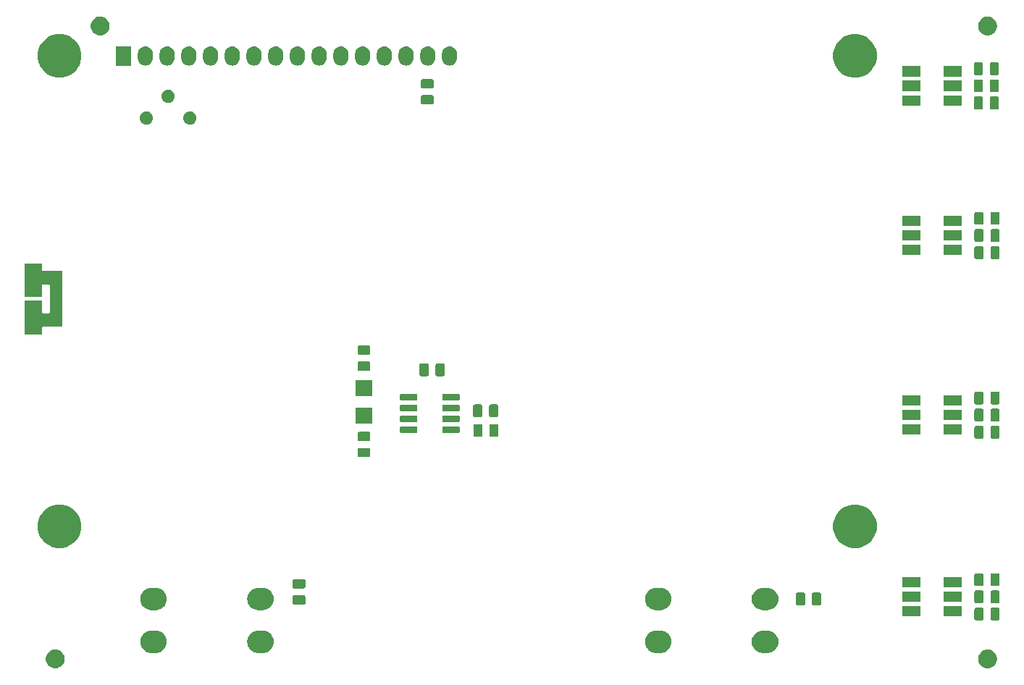
<source format=gbr>
G04 #@! TF.GenerationSoftware,KiCad,Pcbnew,5.1.2-f72e74a~84~ubuntu18.04.1*
G04 #@! TF.CreationDate,2019-08-20T01:18:15+05:30*
G04 #@! TF.ProjectId,ESP32_MESSAGE_DISPLAY,45535033-325f-44d4-9553-534147455f44,1.0*
G04 #@! TF.SameCoordinates,Original*
G04 #@! TF.FileFunction,Soldermask,Top*
G04 #@! TF.FilePolarity,Negative*
%FSLAX46Y46*%
G04 Gerber Fmt 4.6, Leading zero omitted, Abs format (unit mm)*
G04 Created by KiCad (PCBNEW 5.1.2-f72e74a~84~ubuntu18.04.1) date 2019-08-20 01:18:15*
%MOMM*%
%LPD*%
G04 APERTURE LIST*
%ADD10C,0.100000*%
G04 APERTURE END LIST*
D10*
G36*
X204214795Y-124920156D02*
G01*
X204321150Y-124941311D01*
X204421334Y-124982809D01*
X204521520Y-125024307D01*
X204701844Y-125144795D01*
X204855205Y-125298156D01*
X204975693Y-125478480D01*
X205058689Y-125678851D01*
X205101000Y-125891560D01*
X205101000Y-126108440D01*
X205058689Y-126321149D01*
X204975693Y-126521520D01*
X204855205Y-126701844D01*
X204701844Y-126855205D01*
X204521520Y-126975693D01*
X204321150Y-127058689D01*
X204214794Y-127079845D01*
X204108440Y-127101000D01*
X203891560Y-127101000D01*
X203785206Y-127079845D01*
X203678850Y-127058689D01*
X203478480Y-126975693D01*
X203298156Y-126855205D01*
X203144795Y-126701844D01*
X203024307Y-126521520D01*
X202941311Y-126321149D01*
X202899000Y-126108440D01*
X202899000Y-125891560D01*
X202941311Y-125678851D01*
X203024307Y-125478480D01*
X203144795Y-125298156D01*
X203298156Y-125144795D01*
X203478480Y-125024307D01*
X203578666Y-124982809D01*
X203678850Y-124941311D01*
X203785205Y-124920156D01*
X203891560Y-124899000D01*
X204108440Y-124899000D01*
X204214795Y-124920156D01*
X204214795Y-124920156D01*
G37*
G36*
X95214795Y-124920156D02*
G01*
X95321150Y-124941311D01*
X95421334Y-124982809D01*
X95521520Y-125024307D01*
X95701844Y-125144795D01*
X95855205Y-125298156D01*
X95975693Y-125478480D01*
X96058689Y-125678851D01*
X96101000Y-125891560D01*
X96101000Y-126108440D01*
X96058689Y-126321149D01*
X95975693Y-126521520D01*
X95855205Y-126701844D01*
X95701844Y-126855205D01*
X95521520Y-126975693D01*
X95321150Y-127058689D01*
X95214794Y-127079845D01*
X95108440Y-127101000D01*
X94891560Y-127101000D01*
X94785206Y-127079845D01*
X94678850Y-127058689D01*
X94478480Y-126975693D01*
X94298156Y-126855205D01*
X94144795Y-126701844D01*
X94024307Y-126521520D01*
X93941311Y-126321149D01*
X93899000Y-126108440D01*
X93899000Y-125891560D01*
X93941311Y-125678851D01*
X94024307Y-125478480D01*
X94144795Y-125298156D01*
X94298156Y-125144795D01*
X94478480Y-125024307D01*
X94578666Y-124982809D01*
X94678850Y-124941311D01*
X94785205Y-124920156D01*
X94891560Y-124899000D01*
X95108440Y-124899000D01*
X95214795Y-124920156D01*
X95214795Y-124920156D01*
G37*
G36*
X178409472Y-122708412D02*
G01*
X178505040Y-122717825D01*
X178750280Y-122792218D01*
X178976294Y-122913025D01*
X179027899Y-122955376D01*
X179174397Y-123075603D01*
X179294624Y-123222101D01*
X179336975Y-123273706D01*
X179457782Y-123499720D01*
X179532175Y-123744960D01*
X179557294Y-124000000D01*
X179532175Y-124255040D01*
X179457782Y-124500280D01*
X179336975Y-124726294D01*
X179294624Y-124777899D01*
X179174397Y-124924397D01*
X179052655Y-125024307D01*
X178976294Y-125086975D01*
X178750280Y-125207782D01*
X178505040Y-125282175D01*
X178409472Y-125291588D01*
X178313906Y-125301000D01*
X177686094Y-125301000D01*
X177590528Y-125291588D01*
X177494960Y-125282175D01*
X177249720Y-125207782D01*
X177023706Y-125086975D01*
X176947345Y-125024307D01*
X176825603Y-124924397D01*
X176705376Y-124777899D01*
X176663025Y-124726294D01*
X176542218Y-124500280D01*
X176467825Y-124255040D01*
X176442706Y-124000000D01*
X176467825Y-123744960D01*
X176542218Y-123499720D01*
X176663025Y-123273706D01*
X176705376Y-123222101D01*
X176825603Y-123075603D01*
X176972101Y-122955376D01*
X177023706Y-122913025D01*
X177249720Y-122792218D01*
X177494960Y-122717825D01*
X177590528Y-122708412D01*
X177686094Y-122699000D01*
X178313906Y-122699000D01*
X178409472Y-122708412D01*
X178409472Y-122708412D01*
G37*
G36*
X165909472Y-122708412D02*
G01*
X166005040Y-122717825D01*
X166250280Y-122792218D01*
X166476294Y-122913025D01*
X166527899Y-122955376D01*
X166674397Y-123075603D01*
X166794624Y-123222101D01*
X166836975Y-123273706D01*
X166957782Y-123499720D01*
X167032175Y-123744960D01*
X167057294Y-124000000D01*
X167032175Y-124255040D01*
X166957782Y-124500280D01*
X166836975Y-124726294D01*
X166794624Y-124777899D01*
X166674397Y-124924397D01*
X166552655Y-125024307D01*
X166476294Y-125086975D01*
X166250280Y-125207782D01*
X166005040Y-125282175D01*
X165909472Y-125291588D01*
X165813906Y-125301000D01*
X165186094Y-125301000D01*
X165090528Y-125291588D01*
X164994960Y-125282175D01*
X164749720Y-125207782D01*
X164523706Y-125086975D01*
X164447345Y-125024307D01*
X164325603Y-124924397D01*
X164205376Y-124777899D01*
X164163025Y-124726294D01*
X164042218Y-124500280D01*
X163967825Y-124255040D01*
X163942706Y-124000000D01*
X163967825Y-123744960D01*
X164042218Y-123499720D01*
X164163025Y-123273706D01*
X164205376Y-123222101D01*
X164325603Y-123075603D01*
X164472101Y-122955376D01*
X164523706Y-122913025D01*
X164749720Y-122792218D01*
X164994960Y-122717825D01*
X165090528Y-122708412D01*
X165186094Y-122699000D01*
X165813906Y-122699000D01*
X165909472Y-122708412D01*
X165909472Y-122708412D01*
G37*
G36*
X106909472Y-122708412D02*
G01*
X107005040Y-122717825D01*
X107250280Y-122792218D01*
X107476294Y-122913025D01*
X107527899Y-122955376D01*
X107674397Y-123075603D01*
X107794624Y-123222101D01*
X107836975Y-123273706D01*
X107957782Y-123499720D01*
X108032175Y-123744960D01*
X108057294Y-124000000D01*
X108032175Y-124255040D01*
X107957782Y-124500280D01*
X107836975Y-124726294D01*
X107794624Y-124777899D01*
X107674397Y-124924397D01*
X107552655Y-125024307D01*
X107476294Y-125086975D01*
X107250280Y-125207782D01*
X107005040Y-125282175D01*
X106909472Y-125291588D01*
X106813906Y-125301000D01*
X106186094Y-125301000D01*
X106090528Y-125291588D01*
X105994960Y-125282175D01*
X105749720Y-125207782D01*
X105523706Y-125086975D01*
X105447345Y-125024307D01*
X105325603Y-124924397D01*
X105205376Y-124777899D01*
X105163025Y-124726294D01*
X105042218Y-124500280D01*
X104967825Y-124255040D01*
X104942706Y-124000000D01*
X104967825Y-123744960D01*
X105042218Y-123499720D01*
X105163025Y-123273706D01*
X105205376Y-123222101D01*
X105325603Y-123075603D01*
X105472101Y-122955376D01*
X105523706Y-122913025D01*
X105749720Y-122792218D01*
X105994960Y-122717825D01*
X106090528Y-122708412D01*
X106186094Y-122699000D01*
X106813906Y-122699000D01*
X106909472Y-122708412D01*
X106909472Y-122708412D01*
G37*
G36*
X119409472Y-122708412D02*
G01*
X119505040Y-122717825D01*
X119750280Y-122792218D01*
X119976294Y-122913025D01*
X120027899Y-122955376D01*
X120174397Y-123075603D01*
X120294624Y-123222101D01*
X120336975Y-123273706D01*
X120457782Y-123499720D01*
X120532175Y-123744960D01*
X120557294Y-124000000D01*
X120532175Y-124255040D01*
X120457782Y-124500280D01*
X120336975Y-124726294D01*
X120294624Y-124777899D01*
X120174397Y-124924397D01*
X120052655Y-125024307D01*
X119976294Y-125086975D01*
X119750280Y-125207782D01*
X119505040Y-125282175D01*
X119409472Y-125291588D01*
X119313906Y-125301000D01*
X118686094Y-125301000D01*
X118590528Y-125291588D01*
X118494960Y-125282175D01*
X118249720Y-125207782D01*
X118023706Y-125086975D01*
X117947345Y-125024307D01*
X117825603Y-124924397D01*
X117705376Y-124777899D01*
X117663025Y-124726294D01*
X117542218Y-124500280D01*
X117467825Y-124255040D01*
X117442706Y-124000000D01*
X117467825Y-123744960D01*
X117542218Y-123499720D01*
X117663025Y-123273706D01*
X117705376Y-123222101D01*
X117825603Y-123075603D01*
X117972101Y-122955376D01*
X118023706Y-122913025D01*
X118249720Y-122792218D01*
X118494960Y-122717825D01*
X118590528Y-122708412D01*
X118686094Y-122699000D01*
X119313906Y-122699000D01*
X119409472Y-122708412D01*
X119409472Y-122708412D01*
G37*
G36*
X205246968Y-120003565D02*
G01*
X205285638Y-120015296D01*
X205321277Y-120034346D01*
X205352517Y-120059983D01*
X205378154Y-120091223D01*
X205397204Y-120126862D01*
X205408935Y-120165532D01*
X205413500Y-120211888D01*
X205413500Y-121288112D01*
X205408935Y-121334468D01*
X205397204Y-121373138D01*
X205378154Y-121408777D01*
X205352517Y-121440017D01*
X205321277Y-121465654D01*
X205285638Y-121484704D01*
X205246968Y-121496435D01*
X205200612Y-121501000D01*
X204549388Y-121501000D01*
X204503032Y-121496435D01*
X204464362Y-121484704D01*
X204428723Y-121465654D01*
X204397483Y-121440017D01*
X204371846Y-121408777D01*
X204352796Y-121373138D01*
X204341065Y-121334468D01*
X204336500Y-121288112D01*
X204336500Y-120211888D01*
X204341065Y-120165532D01*
X204352796Y-120126862D01*
X204371846Y-120091223D01*
X204397483Y-120059983D01*
X204428723Y-120034346D01*
X204464362Y-120015296D01*
X204503032Y-120003565D01*
X204549388Y-119999000D01*
X205200612Y-119999000D01*
X205246968Y-120003565D01*
X205246968Y-120003565D01*
G37*
G36*
X203371968Y-120003565D02*
G01*
X203410638Y-120015296D01*
X203446277Y-120034346D01*
X203477517Y-120059983D01*
X203503154Y-120091223D01*
X203522204Y-120126862D01*
X203533935Y-120165532D01*
X203538500Y-120211888D01*
X203538500Y-121288112D01*
X203533935Y-121334468D01*
X203522204Y-121373138D01*
X203503154Y-121408777D01*
X203477517Y-121440017D01*
X203446277Y-121465654D01*
X203410638Y-121484704D01*
X203371968Y-121496435D01*
X203325612Y-121501000D01*
X202674388Y-121501000D01*
X202628032Y-121496435D01*
X202589362Y-121484704D01*
X202553723Y-121465654D01*
X202522483Y-121440017D01*
X202496846Y-121408777D01*
X202477796Y-121373138D01*
X202466065Y-121334468D01*
X202461500Y-121288112D01*
X202461500Y-120211888D01*
X202466065Y-120165532D01*
X202477796Y-120126862D01*
X202496846Y-120091223D01*
X202522483Y-120059983D01*
X202553723Y-120034346D01*
X202589362Y-120015296D01*
X202628032Y-120003565D01*
X202674388Y-119999000D01*
X203325612Y-119999000D01*
X203371968Y-120003565D01*
X203371968Y-120003565D01*
G37*
G36*
X196151000Y-121051000D02*
G01*
X194049000Y-121051000D01*
X194049000Y-119849000D01*
X196151000Y-119849000D01*
X196151000Y-121051000D01*
X196151000Y-121051000D01*
G37*
G36*
X200951000Y-121051000D02*
G01*
X198849000Y-121051000D01*
X198849000Y-119849000D01*
X200951000Y-119849000D01*
X200951000Y-121051000D01*
X200951000Y-121051000D01*
G37*
G36*
X165909472Y-117708412D02*
G01*
X166005040Y-117717825D01*
X166250280Y-117792218D01*
X166476294Y-117913025D01*
X166527899Y-117955376D01*
X166674397Y-118075603D01*
X166786242Y-118211888D01*
X166836975Y-118273706D01*
X166957782Y-118499720D01*
X167032175Y-118744960D01*
X167057294Y-119000000D01*
X167032175Y-119255040D01*
X166957782Y-119500280D01*
X166836975Y-119726294D01*
X166816699Y-119751000D01*
X166674397Y-119924397D01*
X166540422Y-120034346D01*
X166476294Y-120086975D01*
X166250280Y-120207782D01*
X166005040Y-120282175D01*
X165909473Y-120291587D01*
X165813906Y-120301000D01*
X165186094Y-120301000D01*
X165090527Y-120291587D01*
X164994960Y-120282175D01*
X164749720Y-120207782D01*
X164523706Y-120086975D01*
X164459578Y-120034346D01*
X164325603Y-119924397D01*
X164183301Y-119751000D01*
X164163025Y-119726294D01*
X164042218Y-119500280D01*
X163967825Y-119255040D01*
X163942706Y-119000000D01*
X163967825Y-118744960D01*
X164042218Y-118499720D01*
X164163025Y-118273706D01*
X164213758Y-118211888D01*
X164325603Y-118075603D01*
X164472101Y-117955376D01*
X164523706Y-117913025D01*
X164749720Y-117792218D01*
X164994960Y-117717825D01*
X165090528Y-117708412D01*
X165186094Y-117699000D01*
X165813906Y-117699000D01*
X165909472Y-117708412D01*
X165909472Y-117708412D01*
G37*
G36*
X178409472Y-117708412D02*
G01*
X178505040Y-117717825D01*
X178750280Y-117792218D01*
X178976294Y-117913025D01*
X179027899Y-117955376D01*
X179174397Y-118075603D01*
X179286242Y-118211888D01*
X179336975Y-118273706D01*
X179457782Y-118499720D01*
X179532175Y-118744960D01*
X179557294Y-119000000D01*
X179532175Y-119255040D01*
X179457782Y-119500280D01*
X179336975Y-119726294D01*
X179316699Y-119751000D01*
X179174397Y-119924397D01*
X179040422Y-120034346D01*
X178976294Y-120086975D01*
X178750280Y-120207782D01*
X178505040Y-120282175D01*
X178409473Y-120291587D01*
X178313906Y-120301000D01*
X177686094Y-120301000D01*
X177590527Y-120291587D01*
X177494960Y-120282175D01*
X177249720Y-120207782D01*
X177023706Y-120086975D01*
X176959578Y-120034346D01*
X176825603Y-119924397D01*
X176683301Y-119751000D01*
X176663025Y-119726294D01*
X176542218Y-119500280D01*
X176467825Y-119255040D01*
X176442706Y-119000000D01*
X176467825Y-118744960D01*
X176542218Y-118499720D01*
X176663025Y-118273706D01*
X176713758Y-118211888D01*
X176825603Y-118075603D01*
X176972101Y-117955376D01*
X177023706Y-117913025D01*
X177249720Y-117792218D01*
X177494960Y-117717825D01*
X177590528Y-117708412D01*
X177686094Y-117699000D01*
X178313906Y-117699000D01*
X178409472Y-117708412D01*
X178409472Y-117708412D01*
G37*
G36*
X119409472Y-117708412D02*
G01*
X119505040Y-117717825D01*
X119750280Y-117792218D01*
X119976294Y-117913025D01*
X120027899Y-117955376D01*
X120174397Y-118075603D01*
X120286242Y-118211888D01*
X120336975Y-118273706D01*
X120457782Y-118499720D01*
X120532175Y-118744960D01*
X120557294Y-119000000D01*
X120532175Y-119255040D01*
X120457782Y-119500280D01*
X120336975Y-119726294D01*
X120316699Y-119751000D01*
X120174397Y-119924397D01*
X120040422Y-120034346D01*
X119976294Y-120086975D01*
X119750280Y-120207782D01*
X119505040Y-120282175D01*
X119409473Y-120291587D01*
X119313906Y-120301000D01*
X118686094Y-120301000D01*
X118590527Y-120291587D01*
X118494960Y-120282175D01*
X118249720Y-120207782D01*
X118023706Y-120086975D01*
X117959578Y-120034346D01*
X117825603Y-119924397D01*
X117683301Y-119751000D01*
X117663025Y-119726294D01*
X117542218Y-119500280D01*
X117467825Y-119255040D01*
X117442706Y-119000000D01*
X117467825Y-118744960D01*
X117542218Y-118499720D01*
X117663025Y-118273706D01*
X117713758Y-118211888D01*
X117825603Y-118075603D01*
X117972101Y-117955376D01*
X118023706Y-117913025D01*
X118249720Y-117792218D01*
X118494960Y-117717825D01*
X118590528Y-117708412D01*
X118686094Y-117699000D01*
X119313906Y-117699000D01*
X119409472Y-117708412D01*
X119409472Y-117708412D01*
G37*
G36*
X106909472Y-117708412D02*
G01*
X107005040Y-117717825D01*
X107250280Y-117792218D01*
X107476294Y-117913025D01*
X107527899Y-117955376D01*
X107674397Y-118075603D01*
X107786242Y-118211888D01*
X107836975Y-118273706D01*
X107957782Y-118499720D01*
X108032175Y-118744960D01*
X108057294Y-119000000D01*
X108032175Y-119255040D01*
X107957782Y-119500280D01*
X107836975Y-119726294D01*
X107816699Y-119751000D01*
X107674397Y-119924397D01*
X107540422Y-120034346D01*
X107476294Y-120086975D01*
X107250280Y-120207782D01*
X107005040Y-120282175D01*
X106909473Y-120291587D01*
X106813906Y-120301000D01*
X106186094Y-120301000D01*
X106090527Y-120291587D01*
X105994960Y-120282175D01*
X105749720Y-120207782D01*
X105523706Y-120086975D01*
X105459578Y-120034346D01*
X105325603Y-119924397D01*
X105183301Y-119751000D01*
X105163025Y-119726294D01*
X105042218Y-119500280D01*
X104967825Y-119255040D01*
X104942706Y-119000000D01*
X104967825Y-118744960D01*
X105042218Y-118499720D01*
X105163025Y-118273706D01*
X105213758Y-118211888D01*
X105325603Y-118075603D01*
X105472101Y-117955376D01*
X105523706Y-117913025D01*
X105749720Y-117792218D01*
X105994960Y-117717825D01*
X106090528Y-117708412D01*
X106186094Y-117699000D01*
X106813906Y-117699000D01*
X106909472Y-117708412D01*
X106909472Y-117708412D01*
G37*
G36*
X184371968Y-118253565D02*
G01*
X184410638Y-118265296D01*
X184446277Y-118284346D01*
X184477517Y-118309983D01*
X184503154Y-118341223D01*
X184522204Y-118376862D01*
X184533935Y-118415532D01*
X184538500Y-118461888D01*
X184538500Y-119538112D01*
X184533935Y-119584468D01*
X184522204Y-119623138D01*
X184503154Y-119658777D01*
X184477517Y-119690017D01*
X184446277Y-119715654D01*
X184410638Y-119734704D01*
X184371968Y-119746435D01*
X184325612Y-119751000D01*
X183674388Y-119751000D01*
X183628032Y-119746435D01*
X183589362Y-119734704D01*
X183553723Y-119715654D01*
X183522483Y-119690017D01*
X183496846Y-119658777D01*
X183477796Y-119623138D01*
X183466065Y-119584468D01*
X183461500Y-119538112D01*
X183461500Y-118461888D01*
X183466065Y-118415532D01*
X183477796Y-118376862D01*
X183496846Y-118341223D01*
X183522483Y-118309983D01*
X183553723Y-118284346D01*
X183589362Y-118265296D01*
X183628032Y-118253565D01*
X183674388Y-118249000D01*
X184325612Y-118249000D01*
X184371968Y-118253565D01*
X184371968Y-118253565D01*
G37*
G36*
X182496968Y-118253565D02*
G01*
X182535638Y-118265296D01*
X182571277Y-118284346D01*
X182602517Y-118309983D01*
X182628154Y-118341223D01*
X182647204Y-118376862D01*
X182658935Y-118415532D01*
X182663500Y-118461888D01*
X182663500Y-119538112D01*
X182658935Y-119584468D01*
X182647204Y-119623138D01*
X182628154Y-119658777D01*
X182602517Y-119690017D01*
X182571277Y-119715654D01*
X182535638Y-119734704D01*
X182496968Y-119746435D01*
X182450612Y-119751000D01*
X181799388Y-119751000D01*
X181753032Y-119746435D01*
X181714362Y-119734704D01*
X181678723Y-119715654D01*
X181647483Y-119690017D01*
X181621846Y-119658777D01*
X181602796Y-119623138D01*
X181591065Y-119584468D01*
X181586500Y-119538112D01*
X181586500Y-118461888D01*
X181591065Y-118415532D01*
X181602796Y-118376862D01*
X181621846Y-118341223D01*
X181647483Y-118309983D01*
X181678723Y-118284346D01*
X181714362Y-118265296D01*
X181753032Y-118253565D01*
X181799388Y-118249000D01*
X182450612Y-118249000D01*
X182496968Y-118253565D01*
X182496968Y-118253565D01*
G37*
G36*
X124084468Y-118566065D02*
G01*
X124123138Y-118577796D01*
X124158777Y-118596846D01*
X124190017Y-118622483D01*
X124215654Y-118653723D01*
X124234704Y-118689362D01*
X124246435Y-118728032D01*
X124251000Y-118774388D01*
X124251000Y-119425612D01*
X124246435Y-119471968D01*
X124234704Y-119510638D01*
X124215654Y-119546277D01*
X124190017Y-119577517D01*
X124158777Y-119603154D01*
X124123138Y-119622204D01*
X124084468Y-119633935D01*
X124038112Y-119638500D01*
X122961888Y-119638500D01*
X122915532Y-119633935D01*
X122876862Y-119622204D01*
X122841223Y-119603154D01*
X122809983Y-119577517D01*
X122784346Y-119546277D01*
X122765296Y-119510638D01*
X122753565Y-119471968D01*
X122749000Y-119425612D01*
X122749000Y-118774388D01*
X122753565Y-118728032D01*
X122765296Y-118689362D01*
X122784346Y-118653723D01*
X122809983Y-118622483D01*
X122841223Y-118596846D01*
X122876862Y-118577796D01*
X122915532Y-118566065D01*
X122961888Y-118561500D01*
X124038112Y-118561500D01*
X124084468Y-118566065D01*
X124084468Y-118566065D01*
G37*
G36*
X203371968Y-118003565D02*
G01*
X203410638Y-118015296D01*
X203446277Y-118034346D01*
X203477517Y-118059983D01*
X203503154Y-118091223D01*
X203522204Y-118126862D01*
X203533935Y-118165532D01*
X203538500Y-118211888D01*
X203538500Y-119288112D01*
X203533935Y-119334468D01*
X203522204Y-119373138D01*
X203503154Y-119408777D01*
X203477517Y-119440017D01*
X203446277Y-119465654D01*
X203410638Y-119484704D01*
X203371968Y-119496435D01*
X203325612Y-119501000D01*
X202674388Y-119501000D01*
X202628032Y-119496435D01*
X202589362Y-119484704D01*
X202553723Y-119465654D01*
X202522483Y-119440017D01*
X202496846Y-119408777D01*
X202477796Y-119373138D01*
X202466065Y-119334468D01*
X202461500Y-119288112D01*
X202461500Y-118211888D01*
X202466065Y-118165532D01*
X202477796Y-118126862D01*
X202496846Y-118091223D01*
X202522483Y-118059983D01*
X202553723Y-118034346D01*
X202589362Y-118015296D01*
X202628032Y-118003565D01*
X202674388Y-117999000D01*
X203325612Y-117999000D01*
X203371968Y-118003565D01*
X203371968Y-118003565D01*
G37*
G36*
X205246968Y-118003565D02*
G01*
X205285638Y-118015296D01*
X205321277Y-118034346D01*
X205352517Y-118059983D01*
X205378154Y-118091223D01*
X205397204Y-118126862D01*
X205408935Y-118165532D01*
X205413500Y-118211888D01*
X205413500Y-119288112D01*
X205408935Y-119334468D01*
X205397204Y-119373138D01*
X205378154Y-119408777D01*
X205352517Y-119440017D01*
X205321277Y-119465654D01*
X205285638Y-119484704D01*
X205246968Y-119496435D01*
X205200612Y-119501000D01*
X204549388Y-119501000D01*
X204503032Y-119496435D01*
X204464362Y-119484704D01*
X204428723Y-119465654D01*
X204397483Y-119440017D01*
X204371846Y-119408777D01*
X204352796Y-119373138D01*
X204341065Y-119334468D01*
X204336500Y-119288112D01*
X204336500Y-118211888D01*
X204341065Y-118165532D01*
X204352796Y-118126862D01*
X204371846Y-118091223D01*
X204397483Y-118059983D01*
X204428723Y-118034346D01*
X204464362Y-118015296D01*
X204503032Y-118003565D01*
X204549388Y-117999000D01*
X205200612Y-117999000D01*
X205246968Y-118003565D01*
X205246968Y-118003565D01*
G37*
G36*
X196151000Y-119351000D02*
G01*
X194049000Y-119351000D01*
X194049000Y-118149000D01*
X196151000Y-118149000D01*
X196151000Y-119351000D01*
X196151000Y-119351000D01*
G37*
G36*
X200951000Y-119351000D02*
G01*
X198849000Y-119351000D01*
X198849000Y-118149000D01*
X200951000Y-118149000D01*
X200951000Y-119351000D01*
X200951000Y-119351000D01*
G37*
G36*
X124084468Y-116691065D02*
G01*
X124123138Y-116702796D01*
X124158777Y-116721846D01*
X124190017Y-116747483D01*
X124215654Y-116778723D01*
X124234704Y-116814362D01*
X124246435Y-116853032D01*
X124251000Y-116899388D01*
X124251000Y-117550612D01*
X124246435Y-117596968D01*
X124234704Y-117635638D01*
X124215654Y-117671277D01*
X124190017Y-117702517D01*
X124158777Y-117728154D01*
X124123138Y-117747204D01*
X124084468Y-117758935D01*
X124038112Y-117763500D01*
X122961888Y-117763500D01*
X122915532Y-117758935D01*
X122876862Y-117747204D01*
X122841223Y-117728154D01*
X122809983Y-117702517D01*
X122784346Y-117671277D01*
X122765296Y-117635638D01*
X122753565Y-117596968D01*
X122749000Y-117550612D01*
X122749000Y-116899388D01*
X122753565Y-116853032D01*
X122765296Y-116814362D01*
X122784346Y-116778723D01*
X122809983Y-116747483D01*
X122841223Y-116721846D01*
X122876862Y-116702796D01*
X122915532Y-116691065D01*
X122961888Y-116686500D01*
X124038112Y-116686500D01*
X124084468Y-116691065D01*
X124084468Y-116691065D01*
G37*
G36*
X196151000Y-117651000D02*
G01*
X194049000Y-117651000D01*
X194049000Y-116449000D01*
X196151000Y-116449000D01*
X196151000Y-117651000D01*
X196151000Y-117651000D01*
G37*
G36*
X200951000Y-117651000D02*
G01*
X198849000Y-117651000D01*
X198849000Y-116449000D01*
X200951000Y-116449000D01*
X200951000Y-117651000D01*
X200951000Y-117651000D01*
G37*
G36*
X205246968Y-116003565D02*
G01*
X205285638Y-116015296D01*
X205321277Y-116034346D01*
X205352517Y-116059983D01*
X205378154Y-116091223D01*
X205397204Y-116126862D01*
X205408935Y-116165532D01*
X205413500Y-116211888D01*
X205413500Y-117288112D01*
X205408935Y-117334468D01*
X205397204Y-117373138D01*
X205378154Y-117408777D01*
X205352517Y-117440017D01*
X205321277Y-117465654D01*
X205285638Y-117484704D01*
X205246968Y-117496435D01*
X205200612Y-117501000D01*
X204549388Y-117501000D01*
X204503032Y-117496435D01*
X204464362Y-117484704D01*
X204428723Y-117465654D01*
X204397483Y-117440017D01*
X204371846Y-117408777D01*
X204352796Y-117373138D01*
X204341065Y-117334468D01*
X204336500Y-117288112D01*
X204336500Y-116211888D01*
X204341065Y-116165532D01*
X204352796Y-116126862D01*
X204371846Y-116091223D01*
X204397483Y-116059983D01*
X204428723Y-116034346D01*
X204464362Y-116015296D01*
X204503032Y-116003565D01*
X204549388Y-115999000D01*
X205200612Y-115999000D01*
X205246968Y-116003565D01*
X205246968Y-116003565D01*
G37*
G36*
X203371968Y-116003565D02*
G01*
X203410638Y-116015296D01*
X203446277Y-116034346D01*
X203477517Y-116059983D01*
X203503154Y-116091223D01*
X203522204Y-116126862D01*
X203533935Y-116165532D01*
X203538500Y-116211888D01*
X203538500Y-117288112D01*
X203533935Y-117334468D01*
X203522204Y-117373138D01*
X203503154Y-117408777D01*
X203477517Y-117440017D01*
X203446277Y-117465654D01*
X203410638Y-117484704D01*
X203371968Y-117496435D01*
X203325612Y-117501000D01*
X202674388Y-117501000D01*
X202628032Y-117496435D01*
X202589362Y-117484704D01*
X202553723Y-117465654D01*
X202522483Y-117440017D01*
X202496846Y-117408777D01*
X202477796Y-117373138D01*
X202466065Y-117334468D01*
X202461500Y-117288112D01*
X202461500Y-116211888D01*
X202466065Y-116165532D01*
X202477796Y-116126862D01*
X202496846Y-116091223D01*
X202522483Y-116059983D01*
X202553723Y-116034346D01*
X202589362Y-116015296D01*
X202628032Y-116003565D01*
X202674388Y-115999000D01*
X203325612Y-115999000D01*
X203371968Y-116003565D01*
X203371968Y-116003565D01*
G37*
G36*
X189244098Y-108047033D02*
G01*
X189708350Y-108239332D01*
X189708352Y-108239333D01*
X190126168Y-108518509D01*
X190481491Y-108873832D01*
X190760667Y-109291648D01*
X190760668Y-109291650D01*
X190952967Y-109755902D01*
X191051000Y-110248747D01*
X191051000Y-110751253D01*
X190952967Y-111244098D01*
X190937250Y-111282042D01*
X190760667Y-111708352D01*
X190481491Y-112126168D01*
X190126168Y-112481491D01*
X189708352Y-112760667D01*
X189708351Y-112760668D01*
X189708350Y-112760668D01*
X189244098Y-112952967D01*
X188751253Y-113051000D01*
X188248747Y-113051000D01*
X187755902Y-112952967D01*
X187291650Y-112760668D01*
X187291649Y-112760668D01*
X187291648Y-112760667D01*
X186873832Y-112481491D01*
X186518509Y-112126168D01*
X186239333Y-111708352D01*
X186062750Y-111282042D01*
X186047033Y-111244098D01*
X185949000Y-110751253D01*
X185949000Y-110248747D01*
X186047033Y-109755902D01*
X186239332Y-109291650D01*
X186239333Y-109291648D01*
X186518509Y-108873832D01*
X186873832Y-108518509D01*
X187291648Y-108239333D01*
X187291650Y-108239332D01*
X187755902Y-108047033D01*
X188248747Y-107949000D01*
X188751253Y-107949000D01*
X189244098Y-108047033D01*
X189244098Y-108047033D01*
G37*
G36*
X96244098Y-108047033D02*
G01*
X96708350Y-108239332D01*
X96708352Y-108239333D01*
X97126168Y-108518509D01*
X97481491Y-108873832D01*
X97760667Y-109291648D01*
X97760668Y-109291650D01*
X97952967Y-109755902D01*
X98051000Y-110248747D01*
X98051000Y-110751253D01*
X97952967Y-111244098D01*
X97937250Y-111282042D01*
X97760667Y-111708352D01*
X97481491Y-112126168D01*
X97126168Y-112481491D01*
X96708352Y-112760667D01*
X96708351Y-112760668D01*
X96708350Y-112760668D01*
X96244098Y-112952967D01*
X95751253Y-113051000D01*
X95248747Y-113051000D01*
X94755902Y-112952967D01*
X94291650Y-112760668D01*
X94291649Y-112760668D01*
X94291648Y-112760667D01*
X93873832Y-112481491D01*
X93518509Y-112126168D01*
X93239333Y-111708352D01*
X93062750Y-111282042D01*
X93047033Y-111244098D01*
X92949000Y-110751253D01*
X92949000Y-110248747D01*
X93047033Y-109755902D01*
X93239332Y-109291650D01*
X93239333Y-109291648D01*
X93518509Y-108873832D01*
X93873832Y-108518509D01*
X94291648Y-108239333D01*
X94291650Y-108239332D01*
X94755902Y-108047033D01*
X95248747Y-107949000D01*
X95751253Y-107949000D01*
X96244098Y-108047033D01*
X96244098Y-108047033D01*
G37*
G36*
X131684468Y-101341065D02*
G01*
X131723138Y-101352796D01*
X131758777Y-101371846D01*
X131790017Y-101397483D01*
X131815654Y-101428723D01*
X131834704Y-101464362D01*
X131846435Y-101503032D01*
X131851000Y-101549388D01*
X131851000Y-102200612D01*
X131846435Y-102246968D01*
X131834704Y-102285638D01*
X131815654Y-102321277D01*
X131790017Y-102352517D01*
X131758777Y-102378154D01*
X131723138Y-102397204D01*
X131684468Y-102408935D01*
X131638112Y-102413500D01*
X130561888Y-102413500D01*
X130515532Y-102408935D01*
X130476862Y-102397204D01*
X130441223Y-102378154D01*
X130409983Y-102352517D01*
X130384346Y-102321277D01*
X130365296Y-102285638D01*
X130353565Y-102246968D01*
X130349000Y-102200612D01*
X130349000Y-101549388D01*
X130353565Y-101503032D01*
X130365296Y-101464362D01*
X130384346Y-101428723D01*
X130409983Y-101397483D01*
X130441223Y-101371846D01*
X130476862Y-101352796D01*
X130515532Y-101341065D01*
X130561888Y-101336500D01*
X131638112Y-101336500D01*
X131684468Y-101341065D01*
X131684468Y-101341065D01*
G37*
G36*
X131684468Y-99466065D02*
G01*
X131723138Y-99477796D01*
X131758777Y-99496846D01*
X131790017Y-99522483D01*
X131815654Y-99553723D01*
X131834704Y-99589362D01*
X131846435Y-99628032D01*
X131851000Y-99674388D01*
X131851000Y-100325612D01*
X131846435Y-100371968D01*
X131834704Y-100410638D01*
X131815654Y-100446277D01*
X131790017Y-100477517D01*
X131758777Y-100503154D01*
X131723138Y-100522204D01*
X131684468Y-100533935D01*
X131638112Y-100538500D01*
X130561888Y-100538500D01*
X130515532Y-100533935D01*
X130476862Y-100522204D01*
X130441223Y-100503154D01*
X130409983Y-100477517D01*
X130384346Y-100446277D01*
X130365296Y-100410638D01*
X130353565Y-100371968D01*
X130349000Y-100325612D01*
X130349000Y-99674388D01*
X130353565Y-99628032D01*
X130365296Y-99589362D01*
X130384346Y-99553723D01*
X130409983Y-99522483D01*
X130441223Y-99496846D01*
X130476862Y-99477796D01*
X130515532Y-99466065D01*
X130561888Y-99461500D01*
X131638112Y-99461500D01*
X131684468Y-99466065D01*
X131684468Y-99466065D01*
G37*
G36*
X203371968Y-98753565D02*
G01*
X203410638Y-98765296D01*
X203446277Y-98784346D01*
X203477517Y-98809983D01*
X203503154Y-98841223D01*
X203522204Y-98876862D01*
X203533935Y-98915532D01*
X203538500Y-98961888D01*
X203538500Y-100038112D01*
X203533935Y-100084468D01*
X203522204Y-100123138D01*
X203503154Y-100158777D01*
X203477517Y-100190017D01*
X203446277Y-100215654D01*
X203410638Y-100234704D01*
X203371968Y-100246435D01*
X203325612Y-100251000D01*
X202674388Y-100251000D01*
X202628032Y-100246435D01*
X202589362Y-100234704D01*
X202553723Y-100215654D01*
X202522483Y-100190017D01*
X202496846Y-100158777D01*
X202477796Y-100123138D01*
X202466065Y-100084468D01*
X202461500Y-100038112D01*
X202461500Y-98961888D01*
X202466065Y-98915532D01*
X202477796Y-98876862D01*
X202496846Y-98841223D01*
X202522483Y-98809983D01*
X202553723Y-98784346D01*
X202589362Y-98765296D01*
X202628032Y-98753565D01*
X202674388Y-98749000D01*
X203325612Y-98749000D01*
X203371968Y-98753565D01*
X203371968Y-98753565D01*
G37*
G36*
X205246968Y-98753565D02*
G01*
X205285638Y-98765296D01*
X205321277Y-98784346D01*
X205352517Y-98809983D01*
X205378154Y-98841223D01*
X205397204Y-98876862D01*
X205408935Y-98915532D01*
X205413500Y-98961888D01*
X205413500Y-100038112D01*
X205408935Y-100084468D01*
X205397204Y-100123138D01*
X205378154Y-100158777D01*
X205352517Y-100190017D01*
X205321277Y-100215654D01*
X205285638Y-100234704D01*
X205246968Y-100246435D01*
X205200612Y-100251000D01*
X204549388Y-100251000D01*
X204503032Y-100246435D01*
X204464362Y-100234704D01*
X204428723Y-100215654D01*
X204397483Y-100190017D01*
X204371846Y-100158777D01*
X204352796Y-100123138D01*
X204341065Y-100084468D01*
X204336500Y-100038112D01*
X204336500Y-98961888D01*
X204341065Y-98915532D01*
X204352796Y-98876862D01*
X204371846Y-98841223D01*
X204397483Y-98809983D01*
X204428723Y-98784346D01*
X204464362Y-98765296D01*
X204503032Y-98753565D01*
X204549388Y-98749000D01*
X205200612Y-98749000D01*
X205246968Y-98753565D01*
X205246968Y-98753565D01*
G37*
G36*
X144796968Y-98553565D02*
G01*
X144835638Y-98565296D01*
X144871277Y-98584346D01*
X144902517Y-98609983D01*
X144928154Y-98641223D01*
X144947204Y-98676862D01*
X144958935Y-98715532D01*
X144963500Y-98761888D01*
X144963500Y-99838112D01*
X144958935Y-99884468D01*
X144947204Y-99923138D01*
X144928154Y-99958777D01*
X144902517Y-99990017D01*
X144871277Y-100015654D01*
X144835638Y-100034704D01*
X144796968Y-100046435D01*
X144750612Y-100051000D01*
X144099388Y-100051000D01*
X144053032Y-100046435D01*
X144014362Y-100034704D01*
X143978723Y-100015654D01*
X143947483Y-99990017D01*
X143921846Y-99958777D01*
X143902796Y-99923138D01*
X143891065Y-99884468D01*
X143886500Y-99838112D01*
X143886500Y-98761888D01*
X143891065Y-98715532D01*
X143902796Y-98676862D01*
X143921846Y-98641223D01*
X143947483Y-98609983D01*
X143978723Y-98584346D01*
X144014362Y-98565296D01*
X144053032Y-98553565D01*
X144099388Y-98549000D01*
X144750612Y-98549000D01*
X144796968Y-98553565D01*
X144796968Y-98553565D01*
G37*
G36*
X146671968Y-98553565D02*
G01*
X146710638Y-98565296D01*
X146746277Y-98584346D01*
X146777517Y-98609983D01*
X146803154Y-98641223D01*
X146822204Y-98676862D01*
X146833935Y-98715532D01*
X146838500Y-98761888D01*
X146838500Y-99838112D01*
X146833935Y-99884468D01*
X146822204Y-99923138D01*
X146803154Y-99958777D01*
X146777517Y-99990017D01*
X146746277Y-100015654D01*
X146710638Y-100034704D01*
X146671968Y-100046435D01*
X146625612Y-100051000D01*
X145974388Y-100051000D01*
X145928032Y-100046435D01*
X145889362Y-100034704D01*
X145853723Y-100015654D01*
X145822483Y-99990017D01*
X145796846Y-99958777D01*
X145777796Y-99923138D01*
X145766065Y-99884468D01*
X145761500Y-99838112D01*
X145761500Y-98761888D01*
X145766065Y-98715532D01*
X145777796Y-98676862D01*
X145796846Y-98641223D01*
X145822483Y-98609983D01*
X145853723Y-98584346D01*
X145889362Y-98565296D01*
X145928032Y-98553565D01*
X145974388Y-98549000D01*
X146625612Y-98549000D01*
X146671968Y-98553565D01*
X146671968Y-98553565D01*
G37*
G36*
X200951000Y-99801000D02*
G01*
X198849000Y-99801000D01*
X198849000Y-98599000D01*
X200951000Y-98599000D01*
X200951000Y-99801000D01*
X200951000Y-99801000D01*
G37*
G36*
X196151000Y-99801000D02*
G01*
X194049000Y-99801000D01*
X194049000Y-98599000D01*
X196151000Y-98599000D01*
X196151000Y-99801000D01*
X196151000Y-99801000D01*
G37*
G36*
X137259928Y-98856764D02*
G01*
X137281009Y-98863160D01*
X137300445Y-98873548D01*
X137317476Y-98887524D01*
X137331452Y-98904555D01*
X137341840Y-98923991D01*
X137348236Y-98945072D01*
X137351000Y-98973140D01*
X137351000Y-99436860D01*
X137348236Y-99464928D01*
X137341840Y-99486009D01*
X137331452Y-99505445D01*
X137317476Y-99522476D01*
X137300445Y-99536452D01*
X137281009Y-99546840D01*
X137259928Y-99553236D01*
X137231860Y-99556000D01*
X135418140Y-99556000D01*
X135390072Y-99553236D01*
X135368991Y-99546840D01*
X135349555Y-99536452D01*
X135332524Y-99522476D01*
X135318548Y-99505445D01*
X135308160Y-99486009D01*
X135301764Y-99464928D01*
X135299000Y-99436860D01*
X135299000Y-98973140D01*
X135301764Y-98945072D01*
X135308160Y-98923991D01*
X135318548Y-98904555D01*
X135332524Y-98887524D01*
X135349555Y-98873548D01*
X135368991Y-98863160D01*
X135390072Y-98856764D01*
X135418140Y-98854000D01*
X137231860Y-98854000D01*
X137259928Y-98856764D01*
X137259928Y-98856764D01*
G37*
G36*
X142209928Y-98856764D02*
G01*
X142231009Y-98863160D01*
X142250445Y-98873548D01*
X142267476Y-98887524D01*
X142281452Y-98904555D01*
X142291840Y-98923991D01*
X142298236Y-98945072D01*
X142301000Y-98973140D01*
X142301000Y-99436860D01*
X142298236Y-99464928D01*
X142291840Y-99486009D01*
X142281452Y-99505445D01*
X142267476Y-99522476D01*
X142250445Y-99536452D01*
X142231009Y-99546840D01*
X142209928Y-99553236D01*
X142181860Y-99556000D01*
X140368140Y-99556000D01*
X140340072Y-99553236D01*
X140318991Y-99546840D01*
X140299555Y-99536452D01*
X140282524Y-99522476D01*
X140268548Y-99505445D01*
X140258160Y-99486009D01*
X140251764Y-99464928D01*
X140249000Y-99436860D01*
X140249000Y-98973140D01*
X140251764Y-98945072D01*
X140258160Y-98923991D01*
X140268548Y-98904555D01*
X140282524Y-98887524D01*
X140299555Y-98873548D01*
X140318991Y-98863160D01*
X140340072Y-98856764D01*
X140368140Y-98854000D01*
X142181860Y-98854000D01*
X142209928Y-98856764D01*
X142209928Y-98856764D01*
G37*
G36*
X132051000Y-98526000D02*
G01*
X130149000Y-98526000D01*
X130149000Y-96674000D01*
X132051000Y-96674000D01*
X132051000Y-98526000D01*
X132051000Y-98526000D01*
G37*
G36*
X142209928Y-97586764D02*
G01*
X142231009Y-97593160D01*
X142250445Y-97603548D01*
X142267476Y-97617524D01*
X142281452Y-97634555D01*
X142291840Y-97653991D01*
X142298236Y-97675072D01*
X142301000Y-97703140D01*
X142301000Y-98166860D01*
X142298236Y-98194928D01*
X142291840Y-98216009D01*
X142281452Y-98235445D01*
X142267476Y-98252476D01*
X142250445Y-98266452D01*
X142231009Y-98276840D01*
X142209928Y-98283236D01*
X142181860Y-98286000D01*
X140368140Y-98286000D01*
X140340072Y-98283236D01*
X140318991Y-98276840D01*
X140299555Y-98266452D01*
X140282524Y-98252476D01*
X140268548Y-98235445D01*
X140258160Y-98216009D01*
X140251764Y-98194928D01*
X140249000Y-98166860D01*
X140249000Y-97703140D01*
X140251764Y-97675072D01*
X140258160Y-97653991D01*
X140268548Y-97634555D01*
X140282524Y-97617524D01*
X140299555Y-97603548D01*
X140318991Y-97593160D01*
X140340072Y-97586764D01*
X140368140Y-97584000D01*
X142181860Y-97584000D01*
X142209928Y-97586764D01*
X142209928Y-97586764D01*
G37*
G36*
X137259928Y-97586764D02*
G01*
X137281009Y-97593160D01*
X137300445Y-97603548D01*
X137317476Y-97617524D01*
X137331452Y-97634555D01*
X137341840Y-97653991D01*
X137348236Y-97675072D01*
X137351000Y-97703140D01*
X137351000Y-98166860D01*
X137348236Y-98194928D01*
X137341840Y-98216009D01*
X137331452Y-98235445D01*
X137317476Y-98252476D01*
X137300445Y-98266452D01*
X137281009Y-98276840D01*
X137259928Y-98283236D01*
X137231860Y-98286000D01*
X135418140Y-98286000D01*
X135390072Y-98283236D01*
X135368991Y-98276840D01*
X135349555Y-98266452D01*
X135332524Y-98252476D01*
X135318548Y-98235445D01*
X135308160Y-98216009D01*
X135301764Y-98194928D01*
X135299000Y-98166860D01*
X135299000Y-97703140D01*
X135301764Y-97675072D01*
X135308160Y-97653991D01*
X135318548Y-97634555D01*
X135332524Y-97617524D01*
X135349555Y-97603548D01*
X135368991Y-97593160D01*
X135390072Y-97586764D01*
X135418140Y-97584000D01*
X137231860Y-97584000D01*
X137259928Y-97586764D01*
X137259928Y-97586764D01*
G37*
G36*
X205246968Y-96753565D02*
G01*
X205285638Y-96765296D01*
X205321277Y-96784346D01*
X205352517Y-96809983D01*
X205378154Y-96841223D01*
X205397204Y-96876862D01*
X205408935Y-96915532D01*
X205413500Y-96961888D01*
X205413500Y-98038112D01*
X205408935Y-98084468D01*
X205397204Y-98123138D01*
X205378154Y-98158777D01*
X205352517Y-98190017D01*
X205321277Y-98215654D01*
X205285638Y-98234704D01*
X205246968Y-98246435D01*
X205200612Y-98251000D01*
X204549388Y-98251000D01*
X204503032Y-98246435D01*
X204464362Y-98234704D01*
X204428723Y-98215654D01*
X204397483Y-98190017D01*
X204371846Y-98158777D01*
X204352796Y-98123138D01*
X204341065Y-98084468D01*
X204336500Y-98038112D01*
X204336500Y-96961888D01*
X204341065Y-96915532D01*
X204352796Y-96876862D01*
X204371846Y-96841223D01*
X204397483Y-96809983D01*
X204428723Y-96784346D01*
X204464362Y-96765296D01*
X204503032Y-96753565D01*
X204549388Y-96749000D01*
X205200612Y-96749000D01*
X205246968Y-96753565D01*
X205246968Y-96753565D01*
G37*
G36*
X203371968Y-96753565D02*
G01*
X203410638Y-96765296D01*
X203446277Y-96784346D01*
X203477517Y-96809983D01*
X203503154Y-96841223D01*
X203522204Y-96876862D01*
X203533935Y-96915532D01*
X203538500Y-96961888D01*
X203538500Y-98038112D01*
X203533935Y-98084468D01*
X203522204Y-98123138D01*
X203503154Y-98158777D01*
X203477517Y-98190017D01*
X203446277Y-98215654D01*
X203410638Y-98234704D01*
X203371968Y-98246435D01*
X203325612Y-98251000D01*
X202674388Y-98251000D01*
X202628032Y-98246435D01*
X202589362Y-98234704D01*
X202553723Y-98215654D01*
X202522483Y-98190017D01*
X202496846Y-98158777D01*
X202477796Y-98123138D01*
X202466065Y-98084468D01*
X202461500Y-98038112D01*
X202461500Y-96961888D01*
X202466065Y-96915532D01*
X202477796Y-96876862D01*
X202496846Y-96841223D01*
X202522483Y-96809983D01*
X202553723Y-96784346D01*
X202589362Y-96765296D01*
X202628032Y-96753565D01*
X202674388Y-96749000D01*
X203325612Y-96749000D01*
X203371968Y-96753565D01*
X203371968Y-96753565D01*
G37*
G36*
X200951000Y-98101000D02*
G01*
X198849000Y-98101000D01*
X198849000Y-96899000D01*
X200951000Y-96899000D01*
X200951000Y-98101000D01*
X200951000Y-98101000D01*
G37*
G36*
X196151000Y-98101000D02*
G01*
X194049000Y-98101000D01*
X194049000Y-96899000D01*
X196151000Y-96899000D01*
X196151000Y-98101000D01*
X196151000Y-98101000D01*
G37*
G36*
X146646968Y-96253565D02*
G01*
X146685638Y-96265296D01*
X146721277Y-96284346D01*
X146752517Y-96309983D01*
X146778154Y-96341223D01*
X146797204Y-96376862D01*
X146808935Y-96415532D01*
X146813500Y-96461888D01*
X146813500Y-97538112D01*
X146808935Y-97584468D01*
X146797204Y-97623138D01*
X146778154Y-97658777D01*
X146752517Y-97690017D01*
X146721277Y-97715654D01*
X146685638Y-97734704D01*
X146646968Y-97746435D01*
X146600612Y-97751000D01*
X145949388Y-97751000D01*
X145903032Y-97746435D01*
X145864362Y-97734704D01*
X145828723Y-97715654D01*
X145797483Y-97690017D01*
X145771846Y-97658777D01*
X145752796Y-97623138D01*
X145741065Y-97584468D01*
X145736500Y-97538112D01*
X145736500Y-96461888D01*
X145741065Y-96415532D01*
X145752796Y-96376862D01*
X145771846Y-96341223D01*
X145797483Y-96309983D01*
X145828723Y-96284346D01*
X145864362Y-96265296D01*
X145903032Y-96253565D01*
X145949388Y-96249000D01*
X146600612Y-96249000D01*
X146646968Y-96253565D01*
X146646968Y-96253565D01*
G37*
G36*
X144771968Y-96253565D02*
G01*
X144810638Y-96265296D01*
X144846277Y-96284346D01*
X144877517Y-96309983D01*
X144903154Y-96341223D01*
X144922204Y-96376862D01*
X144933935Y-96415532D01*
X144938500Y-96461888D01*
X144938500Y-97538112D01*
X144933935Y-97584468D01*
X144922204Y-97623138D01*
X144903154Y-97658777D01*
X144877517Y-97690017D01*
X144846277Y-97715654D01*
X144810638Y-97734704D01*
X144771968Y-97746435D01*
X144725612Y-97751000D01*
X144074388Y-97751000D01*
X144028032Y-97746435D01*
X143989362Y-97734704D01*
X143953723Y-97715654D01*
X143922483Y-97690017D01*
X143896846Y-97658777D01*
X143877796Y-97623138D01*
X143866065Y-97584468D01*
X143861500Y-97538112D01*
X143861500Y-96461888D01*
X143866065Y-96415532D01*
X143877796Y-96376862D01*
X143896846Y-96341223D01*
X143922483Y-96309983D01*
X143953723Y-96284346D01*
X143989362Y-96265296D01*
X144028032Y-96253565D01*
X144074388Y-96249000D01*
X144725612Y-96249000D01*
X144771968Y-96253565D01*
X144771968Y-96253565D01*
G37*
G36*
X142209928Y-96316764D02*
G01*
X142231009Y-96323160D01*
X142250445Y-96333548D01*
X142267476Y-96347524D01*
X142281452Y-96364555D01*
X142291840Y-96383991D01*
X142298236Y-96405072D01*
X142301000Y-96433140D01*
X142301000Y-96896860D01*
X142298236Y-96924928D01*
X142291840Y-96946009D01*
X142281452Y-96965445D01*
X142267476Y-96982476D01*
X142250445Y-96996452D01*
X142231009Y-97006840D01*
X142209928Y-97013236D01*
X142181860Y-97016000D01*
X140368140Y-97016000D01*
X140340072Y-97013236D01*
X140318991Y-97006840D01*
X140299555Y-96996452D01*
X140282524Y-96982476D01*
X140268548Y-96965445D01*
X140258160Y-96946009D01*
X140251764Y-96924928D01*
X140249000Y-96896860D01*
X140249000Y-96433140D01*
X140251764Y-96405072D01*
X140258160Y-96383991D01*
X140268548Y-96364555D01*
X140282524Y-96347524D01*
X140299555Y-96333548D01*
X140318991Y-96323160D01*
X140340072Y-96316764D01*
X140368140Y-96314000D01*
X142181860Y-96314000D01*
X142209928Y-96316764D01*
X142209928Y-96316764D01*
G37*
G36*
X137259928Y-96316764D02*
G01*
X137281009Y-96323160D01*
X137300445Y-96333548D01*
X137317476Y-96347524D01*
X137331452Y-96364555D01*
X137341840Y-96383991D01*
X137348236Y-96405072D01*
X137351000Y-96433140D01*
X137351000Y-96896860D01*
X137348236Y-96924928D01*
X137341840Y-96946009D01*
X137331452Y-96965445D01*
X137317476Y-96982476D01*
X137300445Y-96996452D01*
X137281009Y-97006840D01*
X137259928Y-97013236D01*
X137231860Y-97016000D01*
X135418140Y-97016000D01*
X135390072Y-97013236D01*
X135368991Y-97006840D01*
X135349555Y-96996452D01*
X135332524Y-96982476D01*
X135318548Y-96965445D01*
X135308160Y-96946009D01*
X135301764Y-96924928D01*
X135299000Y-96896860D01*
X135299000Y-96433140D01*
X135301764Y-96405072D01*
X135308160Y-96383991D01*
X135318548Y-96364555D01*
X135332524Y-96347524D01*
X135349555Y-96333548D01*
X135368991Y-96323160D01*
X135390072Y-96316764D01*
X135418140Y-96314000D01*
X137231860Y-96314000D01*
X137259928Y-96316764D01*
X137259928Y-96316764D01*
G37*
G36*
X196151000Y-96401000D02*
G01*
X194049000Y-96401000D01*
X194049000Y-95199000D01*
X196151000Y-95199000D01*
X196151000Y-96401000D01*
X196151000Y-96401000D01*
G37*
G36*
X200951000Y-96401000D02*
G01*
X198849000Y-96401000D01*
X198849000Y-95199000D01*
X200951000Y-95199000D01*
X200951000Y-96401000D01*
X200951000Y-96401000D01*
G37*
G36*
X203371968Y-94753565D02*
G01*
X203410638Y-94765296D01*
X203446277Y-94784346D01*
X203477517Y-94809983D01*
X203503154Y-94841223D01*
X203522204Y-94876862D01*
X203533935Y-94915532D01*
X203538500Y-94961888D01*
X203538500Y-96038112D01*
X203533935Y-96084468D01*
X203522204Y-96123138D01*
X203503154Y-96158777D01*
X203477517Y-96190017D01*
X203446277Y-96215654D01*
X203410638Y-96234704D01*
X203371968Y-96246435D01*
X203325612Y-96251000D01*
X202674388Y-96251000D01*
X202628032Y-96246435D01*
X202589362Y-96234704D01*
X202553723Y-96215654D01*
X202522483Y-96190017D01*
X202496846Y-96158777D01*
X202477796Y-96123138D01*
X202466065Y-96084468D01*
X202461500Y-96038112D01*
X202461500Y-94961888D01*
X202466065Y-94915532D01*
X202477796Y-94876862D01*
X202496846Y-94841223D01*
X202522483Y-94809983D01*
X202553723Y-94784346D01*
X202589362Y-94765296D01*
X202628032Y-94753565D01*
X202674388Y-94749000D01*
X203325612Y-94749000D01*
X203371968Y-94753565D01*
X203371968Y-94753565D01*
G37*
G36*
X205246968Y-94753565D02*
G01*
X205285638Y-94765296D01*
X205321277Y-94784346D01*
X205352517Y-94809983D01*
X205378154Y-94841223D01*
X205397204Y-94876862D01*
X205408935Y-94915532D01*
X205413500Y-94961888D01*
X205413500Y-96038112D01*
X205408935Y-96084468D01*
X205397204Y-96123138D01*
X205378154Y-96158777D01*
X205352517Y-96190017D01*
X205321277Y-96215654D01*
X205285638Y-96234704D01*
X205246968Y-96246435D01*
X205200612Y-96251000D01*
X204549388Y-96251000D01*
X204503032Y-96246435D01*
X204464362Y-96234704D01*
X204428723Y-96215654D01*
X204397483Y-96190017D01*
X204371846Y-96158777D01*
X204352796Y-96123138D01*
X204341065Y-96084468D01*
X204336500Y-96038112D01*
X204336500Y-94961888D01*
X204341065Y-94915532D01*
X204352796Y-94876862D01*
X204371846Y-94841223D01*
X204397483Y-94809983D01*
X204428723Y-94784346D01*
X204464362Y-94765296D01*
X204503032Y-94753565D01*
X204549388Y-94749000D01*
X205200612Y-94749000D01*
X205246968Y-94753565D01*
X205246968Y-94753565D01*
G37*
G36*
X137259928Y-95046764D02*
G01*
X137281009Y-95053160D01*
X137300445Y-95063548D01*
X137317476Y-95077524D01*
X137331452Y-95094555D01*
X137341840Y-95113991D01*
X137348236Y-95135072D01*
X137351000Y-95163140D01*
X137351000Y-95626860D01*
X137348236Y-95654928D01*
X137341840Y-95676009D01*
X137331452Y-95695445D01*
X137317476Y-95712476D01*
X137300445Y-95726452D01*
X137281009Y-95736840D01*
X137259928Y-95743236D01*
X137231860Y-95746000D01*
X135418140Y-95746000D01*
X135390072Y-95743236D01*
X135368991Y-95736840D01*
X135349555Y-95726452D01*
X135332524Y-95712476D01*
X135318548Y-95695445D01*
X135308160Y-95676009D01*
X135301764Y-95654928D01*
X135299000Y-95626860D01*
X135299000Y-95163140D01*
X135301764Y-95135072D01*
X135308160Y-95113991D01*
X135318548Y-95094555D01*
X135332524Y-95077524D01*
X135349555Y-95063548D01*
X135368991Y-95053160D01*
X135390072Y-95046764D01*
X135418140Y-95044000D01*
X137231860Y-95044000D01*
X137259928Y-95046764D01*
X137259928Y-95046764D01*
G37*
G36*
X142209928Y-95046764D02*
G01*
X142231009Y-95053160D01*
X142250445Y-95063548D01*
X142267476Y-95077524D01*
X142281452Y-95094555D01*
X142291840Y-95113991D01*
X142298236Y-95135072D01*
X142301000Y-95163140D01*
X142301000Y-95626860D01*
X142298236Y-95654928D01*
X142291840Y-95676009D01*
X142281452Y-95695445D01*
X142267476Y-95712476D01*
X142250445Y-95726452D01*
X142231009Y-95736840D01*
X142209928Y-95743236D01*
X142181860Y-95746000D01*
X140368140Y-95746000D01*
X140340072Y-95743236D01*
X140318991Y-95736840D01*
X140299555Y-95726452D01*
X140282524Y-95712476D01*
X140268548Y-95695445D01*
X140258160Y-95676009D01*
X140251764Y-95654928D01*
X140249000Y-95626860D01*
X140249000Y-95163140D01*
X140251764Y-95135072D01*
X140258160Y-95113991D01*
X140268548Y-95094555D01*
X140282524Y-95077524D01*
X140299555Y-95063548D01*
X140318991Y-95053160D01*
X140340072Y-95046764D01*
X140368140Y-95044000D01*
X142181860Y-95044000D01*
X142209928Y-95046764D01*
X142209928Y-95046764D01*
G37*
G36*
X132051000Y-95276000D02*
G01*
X130149000Y-95276000D01*
X130149000Y-93424000D01*
X132051000Y-93424000D01*
X132051000Y-95276000D01*
X132051000Y-95276000D01*
G37*
G36*
X138496968Y-91453565D02*
G01*
X138535638Y-91465296D01*
X138571277Y-91484346D01*
X138602517Y-91509983D01*
X138628154Y-91541223D01*
X138647204Y-91576862D01*
X138658935Y-91615532D01*
X138663500Y-91661888D01*
X138663500Y-92738112D01*
X138658935Y-92784468D01*
X138647204Y-92823138D01*
X138628154Y-92858777D01*
X138602517Y-92890017D01*
X138571277Y-92915654D01*
X138535638Y-92934704D01*
X138496968Y-92946435D01*
X138450612Y-92951000D01*
X137799388Y-92951000D01*
X137753032Y-92946435D01*
X137714362Y-92934704D01*
X137678723Y-92915654D01*
X137647483Y-92890017D01*
X137621846Y-92858777D01*
X137602796Y-92823138D01*
X137591065Y-92784468D01*
X137586500Y-92738112D01*
X137586500Y-91661888D01*
X137591065Y-91615532D01*
X137602796Y-91576862D01*
X137621846Y-91541223D01*
X137647483Y-91509983D01*
X137678723Y-91484346D01*
X137714362Y-91465296D01*
X137753032Y-91453565D01*
X137799388Y-91449000D01*
X138450612Y-91449000D01*
X138496968Y-91453565D01*
X138496968Y-91453565D01*
G37*
G36*
X140371968Y-91453565D02*
G01*
X140410638Y-91465296D01*
X140446277Y-91484346D01*
X140477517Y-91509983D01*
X140503154Y-91541223D01*
X140522204Y-91576862D01*
X140533935Y-91615532D01*
X140538500Y-91661888D01*
X140538500Y-92738112D01*
X140533935Y-92784468D01*
X140522204Y-92823138D01*
X140503154Y-92858777D01*
X140477517Y-92890017D01*
X140446277Y-92915654D01*
X140410638Y-92934704D01*
X140371968Y-92946435D01*
X140325612Y-92951000D01*
X139674388Y-92951000D01*
X139628032Y-92946435D01*
X139589362Y-92934704D01*
X139553723Y-92915654D01*
X139522483Y-92890017D01*
X139496846Y-92858777D01*
X139477796Y-92823138D01*
X139466065Y-92784468D01*
X139461500Y-92738112D01*
X139461500Y-91661888D01*
X139466065Y-91615532D01*
X139477796Y-91576862D01*
X139496846Y-91541223D01*
X139522483Y-91509983D01*
X139553723Y-91484346D01*
X139589362Y-91465296D01*
X139628032Y-91453565D01*
X139674388Y-91449000D01*
X140325612Y-91449000D01*
X140371968Y-91453565D01*
X140371968Y-91453565D01*
G37*
G36*
X131684468Y-91241065D02*
G01*
X131723138Y-91252796D01*
X131758777Y-91271846D01*
X131790017Y-91297483D01*
X131815654Y-91328723D01*
X131834704Y-91364362D01*
X131846435Y-91403032D01*
X131851000Y-91449388D01*
X131851000Y-92100612D01*
X131846435Y-92146968D01*
X131834704Y-92185638D01*
X131815654Y-92221277D01*
X131790017Y-92252517D01*
X131758777Y-92278154D01*
X131723138Y-92297204D01*
X131684468Y-92308935D01*
X131638112Y-92313500D01*
X130561888Y-92313500D01*
X130515532Y-92308935D01*
X130476862Y-92297204D01*
X130441223Y-92278154D01*
X130409983Y-92252517D01*
X130384346Y-92221277D01*
X130365296Y-92185638D01*
X130353565Y-92146968D01*
X130349000Y-92100612D01*
X130349000Y-91449388D01*
X130353565Y-91403032D01*
X130365296Y-91364362D01*
X130384346Y-91328723D01*
X130409983Y-91297483D01*
X130441223Y-91271846D01*
X130476862Y-91252796D01*
X130515532Y-91241065D01*
X130561888Y-91236500D01*
X131638112Y-91236500D01*
X131684468Y-91241065D01*
X131684468Y-91241065D01*
G37*
G36*
X131684468Y-89366065D02*
G01*
X131723138Y-89377796D01*
X131758777Y-89396846D01*
X131790017Y-89422483D01*
X131815654Y-89453723D01*
X131834704Y-89489362D01*
X131846435Y-89528032D01*
X131851000Y-89574388D01*
X131851000Y-90225612D01*
X131846435Y-90271968D01*
X131834704Y-90310638D01*
X131815654Y-90346277D01*
X131790017Y-90377517D01*
X131758777Y-90403154D01*
X131723138Y-90422204D01*
X131684468Y-90433935D01*
X131638112Y-90438500D01*
X130561888Y-90438500D01*
X130515532Y-90433935D01*
X130476862Y-90422204D01*
X130441223Y-90403154D01*
X130409983Y-90377517D01*
X130384346Y-90346277D01*
X130365296Y-90310638D01*
X130353565Y-90271968D01*
X130349000Y-90225612D01*
X130349000Y-89574388D01*
X130353565Y-89528032D01*
X130365296Y-89489362D01*
X130384346Y-89453723D01*
X130409983Y-89422483D01*
X130441223Y-89396846D01*
X130476862Y-89377796D01*
X130515532Y-89366065D01*
X130561888Y-89361500D01*
X131638112Y-89361500D01*
X131684468Y-89366065D01*
X131684468Y-89366065D01*
G37*
G36*
X93451000Y-80534001D02*
G01*
X93453402Y-80558387D01*
X93460515Y-80581836D01*
X93472066Y-80603447D01*
X93487611Y-80622389D01*
X93506553Y-80637934D01*
X93528164Y-80649485D01*
X93551613Y-80656598D01*
X93575999Y-80659000D01*
X95851000Y-80659000D01*
X95851000Y-87161000D01*
X93575999Y-87161000D01*
X93551613Y-87163402D01*
X93528164Y-87170515D01*
X93506553Y-87182066D01*
X93487611Y-87197611D01*
X93472066Y-87216553D01*
X93460515Y-87238164D01*
X93453402Y-87261613D01*
X93451000Y-87285999D01*
X93451000Y-88058500D01*
X91449000Y-88058500D01*
X91449000Y-84111500D01*
X93451000Y-84111500D01*
X93451000Y-85459001D01*
X93453402Y-85483387D01*
X93460515Y-85506836D01*
X93472066Y-85528447D01*
X93487611Y-85547389D01*
X93506553Y-85562934D01*
X93528164Y-85574485D01*
X93551613Y-85581598D01*
X93575999Y-85584000D01*
X94244001Y-85584000D01*
X94268387Y-85581598D01*
X94291836Y-85574485D01*
X94313447Y-85562934D01*
X94332389Y-85547389D01*
X94347934Y-85528447D01*
X94359485Y-85506836D01*
X94366598Y-85483387D01*
X94369000Y-85459001D01*
X94369000Y-82360999D01*
X94366598Y-82336613D01*
X94359485Y-82313164D01*
X94347934Y-82291553D01*
X94332389Y-82272611D01*
X94313447Y-82257066D01*
X94291836Y-82245515D01*
X94268387Y-82238402D01*
X94244001Y-82236000D01*
X93575999Y-82236000D01*
X93551613Y-82238402D01*
X93528164Y-82245515D01*
X93506553Y-82257066D01*
X93487611Y-82272611D01*
X93472066Y-82291553D01*
X93460515Y-82313164D01*
X93453402Y-82336613D01*
X93451000Y-82360999D01*
X93451000Y-83708500D01*
X91449000Y-83708500D01*
X91449000Y-79761500D01*
X93451000Y-79761500D01*
X93451000Y-80534001D01*
X93451000Y-80534001D01*
G37*
G36*
X205246968Y-77753565D02*
G01*
X205285638Y-77765296D01*
X205321277Y-77784346D01*
X205352517Y-77809983D01*
X205378154Y-77841223D01*
X205397204Y-77876862D01*
X205408935Y-77915532D01*
X205413500Y-77961888D01*
X205413500Y-79038112D01*
X205408935Y-79084468D01*
X205397204Y-79123138D01*
X205378154Y-79158777D01*
X205352517Y-79190017D01*
X205321277Y-79215654D01*
X205285638Y-79234704D01*
X205246968Y-79246435D01*
X205200612Y-79251000D01*
X204549388Y-79251000D01*
X204503032Y-79246435D01*
X204464362Y-79234704D01*
X204428723Y-79215654D01*
X204397483Y-79190017D01*
X204371846Y-79158777D01*
X204352796Y-79123138D01*
X204341065Y-79084468D01*
X204336500Y-79038112D01*
X204336500Y-77961888D01*
X204341065Y-77915532D01*
X204352796Y-77876862D01*
X204371846Y-77841223D01*
X204397483Y-77809983D01*
X204428723Y-77784346D01*
X204464362Y-77765296D01*
X204503032Y-77753565D01*
X204549388Y-77749000D01*
X205200612Y-77749000D01*
X205246968Y-77753565D01*
X205246968Y-77753565D01*
G37*
G36*
X203371968Y-77753565D02*
G01*
X203410638Y-77765296D01*
X203446277Y-77784346D01*
X203477517Y-77809983D01*
X203503154Y-77841223D01*
X203522204Y-77876862D01*
X203533935Y-77915532D01*
X203538500Y-77961888D01*
X203538500Y-79038112D01*
X203533935Y-79084468D01*
X203522204Y-79123138D01*
X203503154Y-79158777D01*
X203477517Y-79190017D01*
X203446277Y-79215654D01*
X203410638Y-79234704D01*
X203371968Y-79246435D01*
X203325612Y-79251000D01*
X202674388Y-79251000D01*
X202628032Y-79246435D01*
X202589362Y-79234704D01*
X202553723Y-79215654D01*
X202522483Y-79190017D01*
X202496846Y-79158777D01*
X202477796Y-79123138D01*
X202466065Y-79084468D01*
X202461500Y-79038112D01*
X202461500Y-77961888D01*
X202466065Y-77915532D01*
X202477796Y-77876862D01*
X202496846Y-77841223D01*
X202522483Y-77809983D01*
X202553723Y-77784346D01*
X202589362Y-77765296D01*
X202628032Y-77753565D01*
X202674388Y-77749000D01*
X203325612Y-77749000D01*
X203371968Y-77753565D01*
X203371968Y-77753565D01*
G37*
G36*
X200951000Y-78801000D02*
G01*
X198849000Y-78801000D01*
X198849000Y-77599000D01*
X200951000Y-77599000D01*
X200951000Y-78801000D01*
X200951000Y-78801000D01*
G37*
G36*
X196151000Y-78801000D02*
G01*
X194049000Y-78801000D01*
X194049000Y-77599000D01*
X196151000Y-77599000D01*
X196151000Y-78801000D01*
X196151000Y-78801000D01*
G37*
G36*
X205246968Y-75753565D02*
G01*
X205285638Y-75765296D01*
X205321277Y-75784346D01*
X205352517Y-75809983D01*
X205378154Y-75841223D01*
X205397204Y-75876862D01*
X205408935Y-75915532D01*
X205413500Y-75961888D01*
X205413500Y-77038112D01*
X205408935Y-77084468D01*
X205397204Y-77123138D01*
X205378154Y-77158777D01*
X205352517Y-77190017D01*
X205321277Y-77215654D01*
X205285638Y-77234704D01*
X205246968Y-77246435D01*
X205200612Y-77251000D01*
X204549388Y-77251000D01*
X204503032Y-77246435D01*
X204464362Y-77234704D01*
X204428723Y-77215654D01*
X204397483Y-77190017D01*
X204371846Y-77158777D01*
X204352796Y-77123138D01*
X204341065Y-77084468D01*
X204336500Y-77038112D01*
X204336500Y-75961888D01*
X204341065Y-75915532D01*
X204352796Y-75876862D01*
X204371846Y-75841223D01*
X204397483Y-75809983D01*
X204428723Y-75784346D01*
X204464362Y-75765296D01*
X204503032Y-75753565D01*
X204549388Y-75749000D01*
X205200612Y-75749000D01*
X205246968Y-75753565D01*
X205246968Y-75753565D01*
G37*
G36*
X203371968Y-75753565D02*
G01*
X203410638Y-75765296D01*
X203446277Y-75784346D01*
X203477517Y-75809983D01*
X203503154Y-75841223D01*
X203522204Y-75876862D01*
X203533935Y-75915532D01*
X203538500Y-75961888D01*
X203538500Y-77038112D01*
X203533935Y-77084468D01*
X203522204Y-77123138D01*
X203503154Y-77158777D01*
X203477517Y-77190017D01*
X203446277Y-77215654D01*
X203410638Y-77234704D01*
X203371968Y-77246435D01*
X203325612Y-77251000D01*
X202674388Y-77251000D01*
X202628032Y-77246435D01*
X202589362Y-77234704D01*
X202553723Y-77215654D01*
X202522483Y-77190017D01*
X202496846Y-77158777D01*
X202477796Y-77123138D01*
X202466065Y-77084468D01*
X202461500Y-77038112D01*
X202461500Y-75961888D01*
X202466065Y-75915532D01*
X202477796Y-75876862D01*
X202496846Y-75841223D01*
X202522483Y-75809983D01*
X202553723Y-75784346D01*
X202589362Y-75765296D01*
X202628032Y-75753565D01*
X202674388Y-75749000D01*
X203325612Y-75749000D01*
X203371968Y-75753565D01*
X203371968Y-75753565D01*
G37*
G36*
X196151000Y-77101000D02*
G01*
X194049000Y-77101000D01*
X194049000Y-75899000D01*
X196151000Y-75899000D01*
X196151000Y-77101000D01*
X196151000Y-77101000D01*
G37*
G36*
X200951000Y-77101000D02*
G01*
X198849000Y-77101000D01*
X198849000Y-75899000D01*
X200951000Y-75899000D01*
X200951000Y-77101000D01*
X200951000Y-77101000D01*
G37*
G36*
X196151000Y-75401000D02*
G01*
X194049000Y-75401000D01*
X194049000Y-74199000D01*
X196151000Y-74199000D01*
X196151000Y-75401000D01*
X196151000Y-75401000D01*
G37*
G36*
X200951000Y-75401000D02*
G01*
X198849000Y-75401000D01*
X198849000Y-74199000D01*
X200951000Y-74199000D01*
X200951000Y-75401000D01*
X200951000Y-75401000D01*
G37*
G36*
X205246968Y-73753565D02*
G01*
X205285638Y-73765296D01*
X205321277Y-73784346D01*
X205352517Y-73809983D01*
X205378154Y-73841223D01*
X205397204Y-73876862D01*
X205408935Y-73915532D01*
X205413500Y-73961888D01*
X205413500Y-75038112D01*
X205408935Y-75084468D01*
X205397204Y-75123138D01*
X205378154Y-75158777D01*
X205352517Y-75190017D01*
X205321277Y-75215654D01*
X205285638Y-75234704D01*
X205246968Y-75246435D01*
X205200612Y-75251000D01*
X204549388Y-75251000D01*
X204503032Y-75246435D01*
X204464362Y-75234704D01*
X204428723Y-75215654D01*
X204397483Y-75190017D01*
X204371846Y-75158777D01*
X204352796Y-75123138D01*
X204341065Y-75084468D01*
X204336500Y-75038112D01*
X204336500Y-73961888D01*
X204341065Y-73915532D01*
X204352796Y-73876862D01*
X204371846Y-73841223D01*
X204397483Y-73809983D01*
X204428723Y-73784346D01*
X204464362Y-73765296D01*
X204503032Y-73753565D01*
X204549388Y-73749000D01*
X205200612Y-73749000D01*
X205246968Y-73753565D01*
X205246968Y-73753565D01*
G37*
G36*
X203371968Y-73753565D02*
G01*
X203410638Y-73765296D01*
X203446277Y-73784346D01*
X203477517Y-73809983D01*
X203503154Y-73841223D01*
X203522204Y-73876862D01*
X203533935Y-73915532D01*
X203538500Y-73961888D01*
X203538500Y-75038112D01*
X203533935Y-75084468D01*
X203522204Y-75123138D01*
X203503154Y-75158777D01*
X203477517Y-75190017D01*
X203446277Y-75215654D01*
X203410638Y-75234704D01*
X203371968Y-75246435D01*
X203325612Y-75251000D01*
X202674388Y-75251000D01*
X202628032Y-75246435D01*
X202589362Y-75234704D01*
X202553723Y-75215654D01*
X202522483Y-75190017D01*
X202496846Y-75158777D01*
X202477796Y-75123138D01*
X202466065Y-75084468D01*
X202461500Y-75038112D01*
X202461500Y-73961888D01*
X202466065Y-73915532D01*
X202477796Y-73876862D01*
X202496846Y-73841223D01*
X202522483Y-73809983D01*
X202553723Y-73784346D01*
X202589362Y-73765296D01*
X202628032Y-73753565D01*
X202674388Y-73749000D01*
X203325612Y-73749000D01*
X203371968Y-73753565D01*
X203371968Y-73753565D01*
G37*
G36*
X110875589Y-61988876D02*
G01*
X110974893Y-62008629D01*
X111115206Y-62066748D01*
X111241484Y-62151125D01*
X111348875Y-62258516D01*
X111433252Y-62384794D01*
X111491371Y-62525107D01*
X111521000Y-62674063D01*
X111521000Y-62825937D01*
X111491371Y-62974893D01*
X111433252Y-63115206D01*
X111348875Y-63241484D01*
X111241484Y-63348875D01*
X111115206Y-63433252D01*
X110974893Y-63491371D01*
X110875589Y-63511124D01*
X110825938Y-63521000D01*
X110674062Y-63521000D01*
X110624411Y-63511124D01*
X110525107Y-63491371D01*
X110384794Y-63433252D01*
X110258516Y-63348875D01*
X110151125Y-63241484D01*
X110066748Y-63115206D01*
X110008629Y-62974893D01*
X109979000Y-62825937D01*
X109979000Y-62674063D01*
X110008629Y-62525107D01*
X110066748Y-62384794D01*
X110151125Y-62258516D01*
X110258516Y-62151125D01*
X110384794Y-62066748D01*
X110525107Y-62008629D01*
X110624411Y-61988876D01*
X110674062Y-61979000D01*
X110825938Y-61979000D01*
X110875589Y-61988876D01*
X110875589Y-61988876D01*
G37*
G36*
X105795589Y-61988876D02*
G01*
X105894893Y-62008629D01*
X106035206Y-62066748D01*
X106161484Y-62151125D01*
X106268875Y-62258516D01*
X106353252Y-62384794D01*
X106411371Y-62525107D01*
X106441000Y-62674063D01*
X106441000Y-62825937D01*
X106411371Y-62974893D01*
X106353252Y-63115206D01*
X106268875Y-63241484D01*
X106161484Y-63348875D01*
X106035206Y-63433252D01*
X105894893Y-63491371D01*
X105795589Y-63511124D01*
X105745938Y-63521000D01*
X105594062Y-63521000D01*
X105544411Y-63511124D01*
X105445107Y-63491371D01*
X105304794Y-63433252D01*
X105178516Y-63348875D01*
X105071125Y-63241484D01*
X104986748Y-63115206D01*
X104928629Y-62974893D01*
X104899000Y-62825937D01*
X104899000Y-62674063D01*
X104928629Y-62525107D01*
X104986748Y-62384794D01*
X105071125Y-62258516D01*
X105178516Y-62151125D01*
X105304794Y-62066748D01*
X105445107Y-62008629D01*
X105544411Y-61988876D01*
X105594062Y-61979000D01*
X105745938Y-61979000D01*
X105795589Y-61988876D01*
X105795589Y-61988876D01*
G37*
G36*
X203296968Y-60253565D02*
G01*
X203335638Y-60265296D01*
X203371277Y-60284346D01*
X203402517Y-60309983D01*
X203428154Y-60341223D01*
X203447204Y-60376862D01*
X203458935Y-60415532D01*
X203463500Y-60461888D01*
X203463500Y-61538112D01*
X203458935Y-61584468D01*
X203447204Y-61623138D01*
X203428154Y-61658777D01*
X203402517Y-61690017D01*
X203371277Y-61715654D01*
X203335638Y-61734704D01*
X203296968Y-61746435D01*
X203250612Y-61751000D01*
X202599388Y-61751000D01*
X202553032Y-61746435D01*
X202514362Y-61734704D01*
X202478723Y-61715654D01*
X202447483Y-61690017D01*
X202421846Y-61658777D01*
X202402796Y-61623138D01*
X202391065Y-61584468D01*
X202386500Y-61538112D01*
X202386500Y-60461888D01*
X202391065Y-60415532D01*
X202402796Y-60376862D01*
X202421846Y-60341223D01*
X202447483Y-60309983D01*
X202478723Y-60284346D01*
X202514362Y-60265296D01*
X202553032Y-60253565D01*
X202599388Y-60249000D01*
X203250612Y-60249000D01*
X203296968Y-60253565D01*
X203296968Y-60253565D01*
G37*
G36*
X205171968Y-60253565D02*
G01*
X205210638Y-60265296D01*
X205246277Y-60284346D01*
X205277517Y-60309983D01*
X205303154Y-60341223D01*
X205322204Y-60376862D01*
X205333935Y-60415532D01*
X205338500Y-60461888D01*
X205338500Y-61538112D01*
X205333935Y-61584468D01*
X205322204Y-61623138D01*
X205303154Y-61658777D01*
X205277517Y-61690017D01*
X205246277Y-61715654D01*
X205210638Y-61734704D01*
X205171968Y-61746435D01*
X205125612Y-61751000D01*
X204474388Y-61751000D01*
X204428032Y-61746435D01*
X204389362Y-61734704D01*
X204353723Y-61715654D01*
X204322483Y-61690017D01*
X204296846Y-61658777D01*
X204277796Y-61623138D01*
X204266065Y-61584468D01*
X204261500Y-61538112D01*
X204261500Y-60461888D01*
X204266065Y-60415532D01*
X204277796Y-60376862D01*
X204296846Y-60341223D01*
X204322483Y-60309983D01*
X204353723Y-60284346D01*
X204389362Y-60265296D01*
X204428032Y-60253565D01*
X204474388Y-60249000D01*
X205125612Y-60249000D01*
X205171968Y-60253565D01*
X205171968Y-60253565D01*
G37*
G36*
X200951000Y-61301000D02*
G01*
X198849000Y-61301000D01*
X198849000Y-60099000D01*
X200951000Y-60099000D01*
X200951000Y-61301000D01*
X200951000Y-61301000D01*
G37*
G36*
X196151000Y-61301000D02*
G01*
X194049000Y-61301000D01*
X194049000Y-60099000D01*
X196151000Y-60099000D01*
X196151000Y-61301000D01*
X196151000Y-61301000D01*
G37*
G36*
X139084468Y-60091065D02*
G01*
X139123138Y-60102796D01*
X139158777Y-60121846D01*
X139190017Y-60147483D01*
X139215654Y-60178723D01*
X139234704Y-60214362D01*
X139246435Y-60253032D01*
X139251000Y-60299388D01*
X139251000Y-60950612D01*
X139246435Y-60996968D01*
X139234704Y-61035638D01*
X139215654Y-61071277D01*
X139190017Y-61102517D01*
X139158777Y-61128154D01*
X139123138Y-61147204D01*
X139084468Y-61158935D01*
X139038112Y-61163500D01*
X137961888Y-61163500D01*
X137915532Y-61158935D01*
X137876862Y-61147204D01*
X137841223Y-61128154D01*
X137809983Y-61102517D01*
X137784346Y-61071277D01*
X137765296Y-61035638D01*
X137753565Y-60996968D01*
X137749000Y-60950612D01*
X137749000Y-60299388D01*
X137753565Y-60253032D01*
X137765296Y-60214362D01*
X137784346Y-60178723D01*
X137809983Y-60147483D01*
X137841223Y-60121846D01*
X137876862Y-60102796D01*
X137915532Y-60091065D01*
X137961888Y-60086500D01*
X139038112Y-60086500D01*
X139084468Y-60091065D01*
X139084468Y-60091065D01*
G37*
G36*
X108335589Y-59448876D02*
G01*
X108434893Y-59468629D01*
X108575206Y-59526748D01*
X108701484Y-59611125D01*
X108808875Y-59718516D01*
X108893252Y-59844794D01*
X108951371Y-59985107D01*
X108951371Y-59985109D01*
X108981000Y-60134062D01*
X108981000Y-60285938D01*
X108977562Y-60303222D01*
X108951371Y-60434893D01*
X108893252Y-60575206D01*
X108808875Y-60701484D01*
X108701484Y-60808875D01*
X108575206Y-60893252D01*
X108434893Y-60951371D01*
X108335589Y-60971124D01*
X108285938Y-60981000D01*
X108134062Y-60981000D01*
X108084411Y-60971124D01*
X107985107Y-60951371D01*
X107844794Y-60893252D01*
X107718516Y-60808875D01*
X107611125Y-60701484D01*
X107526748Y-60575206D01*
X107468629Y-60434893D01*
X107442438Y-60303222D01*
X107439000Y-60285938D01*
X107439000Y-60134062D01*
X107468629Y-59985109D01*
X107468629Y-59985107D01*
X107526748Y-59844794D01*
X107611125Y-59718516D01*
X107718516Y-59611125D01*
X107844794Y-59526748D01*
X107985107Y-59468629D01*
X108084411Y-59448876D01*
X108134062Y-59439000D01*
X108285938Y-59439000D01*
X108335589Y-59448876D01*
X108335589Y-59448876D01*
G37*
G36*
X205171968Y-58253565D02*
G01*
X205210638Y-58265296D01*
X205246277Y-58284346D01*
X205277517Y-58309983D01*
X205303154Y-58341223D01*
X205322204Y-58376862D01*
X205333935Y-58415532D01*
X205338500Y-58461888D01*
X205338500Y-59538112D01*
X205333935Y-59584468D01*
X205322204Y-59623138D01*
X205303154Y-59658777D01*
X205277517Y-59690017D01*
X205246277Y-59715654D01*
X205210638Y-59734704D01*
X205171968Y-59746435D01*
X205125612Y-59751000D01*
X204474388Y-59751000D01*
X204428032Y-59746435D01*
X204389362Y-59734704D01*
X204353723Y-59715654D01*
X204322483Y-59690017D01*
X204296846Y-59658777D01*
X204277796Y-59623138D01*
X204266065Y-59584468D01*
X204261500Y-59538112D01*
X204261500Y-58461888D01*
X204266065Y-58415532D01*
X204277796Y-58376862D01*
X204296846Y-58341223D01*
X204322483Y-58309983D01*
X204353723Y-58284346D01*
X204389362Y-58265296D01*
X204428032Y-58253565D01*
X204474388Y-58249000D01*
X205125612Y-58249000D01*
X205171968Y-58253565D01*
X205171968Y-58253565D01*
G37*
G36*
X203296968Y-58253565D02*
G01*
X203335638Y-58265296D01*
X203371277Y-58284346D01*
X203402517Y-58309983D01*
X203428154Y-58341223D01*
X203447204Y-58376862D01*
X203458935Y-58415532D01*
X203463500Y-58461888D01*
X203463500Y-59538112D01*
X203458935Y-59584468D01*
X203447204Y-59623138D01*
X203428154Y-59658777D01*
X203402517Y-59690017D01*
X203371277Y-59715654D01*
X203335638Y-59734704D01*
X203296968Y-59746435D01*
X203250612Y-59751000D01*
X202599388Y-59751000D01*
X202553032Y-59746435D01*
X202514362Y-59734704D01*
X202478723Y-59715654D01*
X202447483Y-59690017D01*
X202421846Y-59658777D01*
X202402796Y-59623138D01*
X202391065Y-59584468D01*
X202386500Y-59538112D01*
X202386500Y-58461888D01*
X202391065Y-58415532D01*
X202402796Y-58376862D01*
X202421846Y-58341223D01*
X202447483Y-58309983D01*
X202478723Y-58284346D01*
X202514362Y-58265296D01*
X202553032Y-58253565D01*
X202599388Y-58249000D01*
X203250612Y-58249000D01*
X203296968Y-58253565D01*
X203296968Y-58253565D01*
G37*
G36*
X200951000Y-59601000D02*
G01*
X198849000Y-59601000D01*
X198849000Y-58399000D01*
X200951000Y-58399000D01*
X200951000Y-59601000D01*
X200951000Y-59601000D01*
G37*
G36*
X196151000Y-59601000D02*
G01*
X194049000Y-59601000D01*
X194049000Y-58399000D01*
X196151000Y-58399000D01*
X196151000Y-59601000D01*
X196151000Y-59601000D01*
G37*
G36*
X139084468Y-58216065D02*
G01*
X139123138Y-58227796D01*
X139158777Y-58246846D01*
X139190017Y-58272483D01*
X139215654Y-58303723D01*
X139234704Y-58339362D01*
X139246435Y-58378032D01*
X139251000Y-58424388D01*
X139251000Y-59075612D01*
X139246435Y-59121968D01*
X139234704Y-59160638D01*
X139215654Y-59196277D01*
X139190017Y-59227517D01*
X139158777Y-59253154D01*
X139123138Y-59272204D01*
X139084468Y-59283935D01*
X139038112Y-59288500D01*
X137961888Y-59288500D01*
X137915532Y-59283935D01*
X137876862Y-59272204D01*
X137841223Y-59253154D01*
X137809983Y-59227517D01*
X137784346Y-59196277D01*
X137765296Y-59160638D01*
X137753565Y-59121968D01*
X137749000Y-59075612D01*
X137749000Y-58424388D01*
X137753565Y-58378032D01*
X137765296Y-58339362D01*
X137784346Y-58303723D01*
X137809983Y-58272483D01*
X137841223Y-58246846D01*
X137876862Y-58227796D01*
X137915532Y-58216065D01*
X137961888Y-58211500D01*
X139038112Y-58211500D01*
X139084468Y-58216065D01*
X139084468Y-58216065D01*
G37*
G36*
X96244098Y-53047033D02*
G01*
X96708350Y-53239332D01*
X96708352Y-53239333D01*
X97126168Y-53518509D01*
X97481491Y-53873832D01*
X97760667Y-54291648D01*
X97760668Y-54291650D01*
X97952967Y-54755902D01*
X98051000Y-55248747D01*
X98051000Y-55751253D01*
X97952967Y-56244098D01*
X97825243Y-56552451D01*
X97760667Y-56708352D01*
X97481491Y-57126168D01*
X97126168Y-57481491D01*
X96708352Y-57760667D01*
X96708351Y-57760668D01*
X96708350Y-57760668D01*
X96244098Y-57952967D01*
X95751253Y-58051000D01*
X95248747Y-58051000D01*
X94755902Y-57952967D01*
X94291650Y-57760668D01*
X94291649Y-57760668D01*
X94291648Y-57760667D01*
X93873832Y-57481491D01*
X93518509Y-57126168D01*
X93239333Y-56708352D01*
X93174757Y-56552451D01*
X93047033Y-56244098D01*
X92949000Y-55751253D01*
X92949000Y-55248747D01*
X93047033Y-54755902D01*
X93239332Y-54291650D01*
X93239333Y-54291648D01*
X93518509Y-53873832D01*
X93873832Y-53518509D01*
X94291648Y-53239333D01*
X94291650Y-53239332D01*
X94755902Y-53047033D01*
X95248747Y-52949000D01*
X95751253Y-52949000D01*
X96244098Y-53047033D01*
X96244098Y-53047033D01*
G37*
G36*
X189244098Y-53047033D02*
G01*
X189708350Y-53239332D01*
X189708352Y-53239333D01*
X190126168Y-53518509D01*
X190481491Y-53873832D01*
X190760667Y-54291648D01*
X190760668Y-54291650D01*
X190952967Y-54755902D01*
X191051000Y-55248747D01*
X191051000Y-55751253D01*
X190952967Y-56244098D01*
X190825243Y-56552451D01*
X190760667Y-56708352D01*
X190481491Y-57126168D01*
X190126168Y-57481491D01*
X189708352Y-57760667D01*
X189708351Y-57760668D01*
X189708350Y-57760668D01*
X189244098Y-57952967D01*
X188751253Y-58051000D01*
X188248747Y-58051000D01*
X187755902Y-57952967D01*
X187291650Y-57760668D01*
X187291649Y-57760668D01*
X187291648Y-57760667D01*
X186873832Y-57481491D01*
X186518509Y-57126168D01*
X186239333Y-56708352D01*
X186174757Y-56552451D01*
X186047033Y-56244098D01*
X185949000Y-55751253D01*
X185949000Y-55248747D01*
X186047033Y-54755902D01*
X186239332Y-54291650D01*
X186239333Y-54291648D01*
X186518509Y-53873832D01*
X186873832Y-53518509D01*
X187291648Y-53239333D01*
X187291650Y-53239332D01*
X187755902Y-53047033D01*
X188248747Y-52949000D01*
X188751253Y-52949000D01*
X189244098Y-53047033D01*
X189244098Y-53047033D01*
G37*
G36*
X196151000Y-57901000D02*
G01*
X194049000Y-57901000D01*
X194049000Y-56699000D01*
X196151000Y-56699000D01*
X196151000Y-57901000D01*
X196151000Y-57901000D01*
G37*
G36*
X200951000Y-57901000D02*
G01*
X198849000Y-57901000D01*
X198849000Y-56699000D01*
X200951000Y-56699000D01*
X200951000Y-57901000D01*
X200951000Y-57901000D01*
G37*
G36*
X203296968Y-56253565D02*
G01*
X203335638Y-56265296D01*
X203371277Y-56284346D01*
X203402517Y-56309983D01*
X203428154Y-56341223D01*
X203447204Y-56376862D01*
X203458935Y-56415532D01*
X203463500Y-56461888D01*
X203463500Y-57538112D01*
X203458935Y-57584468D01*
X203447204Y-57623138D01*
X203428154Y-57658777D01*
X203402517Y-57690017D01*
X203371277Y-57715654D01*
X203335638Y-57734704D01*
X203296968Y-57746435D01*
X203250612Y-57751000D01*
X202599388Y-57751000D01*
X202553032Y-57746435D01*
X202514362Y-57734704D01*
X202478723Y-57715654D01*
X202447483Y-57690017D01*
X202421846Y-57658777D01*
X202402796Y-57623138D01*
X202391065Y-57584468D01*
X202386500Y-57538112D01*
X202386500Y-56461888D01*
X202391065Y-56415532D01*
X202402796Y-56376862D01*
X202421846Y-56341223D01*
X202447483Y-56309983D01*
X202478723Y-56284346D01*
X202514362Y-56265296D01*
X202553032Y-56253565D01*
X202599388Y-56249000D01*
X203250612Y-56249000D01*
X203296968Y-56253565D01*
X203296968Y-56253565D01*
G37*
G36*
X205171968Y-56253565D02*
G01*
X205210638Y-56265296D01*
X205246277Y-56284346D01*
X205277517Y-56309983D01*
X205303154Y-56341223D01*
X205322204Y-56376862D01*
X205333935Y-56415532D01*
X205338500Y-56461888D01*
X205338500Y-57538112D01*
X205333935Y-57584468D01*
X205322204Y-57623138D01*
X205303154Y-57658777D01*
X205277517Y-57690017D01*
X205246277Y-57715654D01*
X205210638Y-57734704D01*
X205171968Y-57746435D01*
X205125612Y-57751000D01*
X204474388Y-57751000D01*
X204428032Y-57746435D01*
X204389362Y-57734704D01*
X204353723Y-57715654D01*
X204322483Y-57690017D01*
X204296846Y-57658777D01*
X204277796Y-57623138D01*
X204266065Y-57584468D01*
X204261500Y-57538112D01*
X204261500Y-56461888D01*
X204266065Y-56415532D01*
X204277796Y-56376862D01*
X204296846Y-56341223D01*
X204322483Y-56309983D01*
X204353723Y-56284346D01*
X204389362Y-56265296D01*
X204428032Y-56253565D01*
X204474388Y-56249000D01*
X205125612Y-56249000D01*
X205171968Y-56253565D01*
X205171968Y-56253565D01*
G37*
G36*
X115871823Y-54382182D02*
G01*
X116037044Y-54432301D01*
X116189312Y-54513691D01*
X116322778Y-54623222D01*
X116432309Y-54756687D01*
X116513699Y-54908955D01*
X116563818Y-55074176D01*
X116576500Y-55202940D01*
X116576500Y-55797060D01*
X116563818Y-55925824D01*
X116513699Y-56091045D01*
X116432309Y-56243313D01*
X116322778Y-56376778D01*
X116189313Y-56486309D01*
X116037045Y-56567699D01*
X115871824Y-56617818D01*
X115700000Y-56634741D01*
X115528177Y-56617818D01*
X115362956Y-56567699D01*
X115210688Y-56486309D01*
X115077223Y-56376778D01*
X114967692Y-56243313D01*
X114886301Y-56091045D01*
X114836182Y-55925824D01*
X114823500Y-55797060D01*
X114823500Y-55202941D01*
X114836182Y-55074177D01*
X114886301Y-54908956D01*
X114967691Y-54756688D01*
X115077222Y-54623222D01*
X115210687Y-54513691D01*
X115362955Y-54432301D01*
X115528176Y-54382182D01*
X115700000Y-54365259D01*
X115871823Y-54382182D01*
X115871823Y-54382182D01*
G37*
G36*
X105711823Y-54382182D02*
G01*
X105877044Y-54432301D01*
X106029312Y-54513691D01*
X106162778Y-54623222D01*
X106272309Y-54756687D01*
X106353699Y-54908955D01*
X106403818Y-55074176D01*
X106416500Y-55202940D01*
X106416500Y-55797060D01*
X106403818Y-55925824D01*
X106353699Y-56091045D01*
X106272309Y-56243313D01*
X106162778Y-56376778D01*
X106029313Y-56486309D01*
X105877045Y-56567699D01*
X105711824Y-56617818D01*
X105540000Y-56634741D01*
X105368177Y-56617818D01*
X105202956Y-56567699D01*
X105050688Y-56486309D01*
X104917223Y-56376778D01*
X104807692Y-56243313D01*
X104726301Y-56091045D01*
X104676182Y-55925824D01*
X104663500Y-55797060D01*
X104663500Y-55202941D01*
X104676182Y-55074177D01*
X104726301Y-54908956D01*
X104807691Y-54756688D01*
X104917222Y-54623222D01*
X105050687Y-54513691D01*
X105202955Y-54432301D01*
X105368176Y-54382182D01*
X105540000Y-54365259D01*
X105711823Y-54382182D01*
X105711823Y-54382182D01*
G37*
G36*
X133651823Y-54382182D02*
G01*
X133817044Y-54432301D01*
X133969312Y-54513691D01*
X134102778Y-54623222D01*
X134212309Y-54756687D01*
X134293699Y-54908955D01*
X134343818Y-55074176D01*
X134356500Y-55202940D01*
X134356500Y-55797060D01*
X134343818Y-55925824D01*
X134293699Y-56091045D01*
X134212309Y-56243313D01*
X134102778Y-56376778D01*
X133969313Y-56486309D01*
X133817045Y-56567699D01*
X133651824Y-56617818D01*
X133480000Y-56634741D01*
X133308177Y-56617818D01*
X133142956Y-56567699D01*
X132990688Y-56486309D01*
X132857223Y-56376778D01*
X132747692Y-56243313D01*
X132666301Y-56091045D01*
X132616182Y-55925824D01*
X132603500Y-55797060D01*
X132603500Y-55202941D01*
X132616182Y-55074177D01*
X132666301Y-54908956D01*
X132747691Y-54756688D01*
X132857222Y-54623222D01*
X132990687Y-54513691D01*
X133142955Y-54432301D01*
X133308176Y-54382182D01*
X133480000Y-54365259D01*
X133651823Y-54382182D01*
X133651823Y-54382182D01*
G37*
G36*
X138731823Y-54382182D02*
G01*
X138897044Y-54432301D01*
X139049312Y-54513691D01*
X139182778Y-54623222D01*
X139292309Y-54756687D01*
X139373699Y-54908955D01*
X139423818Y-55074176D01*
X139436500Y-55202940D01*
X139436500Y-55797060D01*
X139423818Y-55925824D01*
X139373699Y-56091045D01*
X139292309Y-56243313D01*
X139182778Y-56376778D01*
X139049313Y-56486309D01*
X138897045Y-56567699D01*
X138731824Y-56617818D01*
X138560000Y-56634741D01*
X138388177Y-56617818D01*
X138222956Y-56567699D01*
X138070688Y-56486309D01*
X137937223Y-56376778D01*
X137827692Y-56243313D01*
X137746301Y-56091045D01*
X137696182Y-55925824D01*
X137683500Y-55797060D01*
X137683500Y-55202941D01*
X137696182Y-55074177D01*
X137746301Y-54908956D01*
X137827691Y-54756688D01*
X137937222Y-54623222D01*
X138070687Y-54513691D01*
X138222955Y-54432301D01*
X138388176Y-54382182D01*
X138560000Y-54365259D01*
X138731823Y-54382182D01*
X138731823Y-54382182D01*
G37*
G36*
X141271823Y-54382182D02*
G01*
X141437044Y-54432301D01*
X141589312Y-54513691D01*
X141722778Y-54623222D01*
X141832309Y-54756687D01*
X141913699Y-54908955D01*
X141963818Y-55074176D01*
X141976500Y-55202940D01*
X141976500Y-55797060D01*
X141963818Y-55925824D01*
X141913699Y-56091045D01*
X141832309Y-56243313D01*
X141722778Y-56376778D01*
X141589313Y-56486309D01*
X141437045Y-56567699D01*
X141271824Y-56617818D01*
X141100000Y-56634741D01*
X140928177Y-56617818D01*
X140762956Y-56567699D01*
X140610688Y-56486309D01*
X140477223Y-56376778D01*
X140367692Y-56243313D01*
X140286301Y-56091045D01*
X140236182Y-55925824D01*
X140223500Y-55797060D01*
X140223500Y-55202941D01*
X140236182Y-55074177D01*
X140286301Y-54908956D01*
X140367691Y-54756688D01*
X140477222Y-54623222D01*
X140610687Y-54513691D01*
X140762955Y-54432301D01*
X140928176Y-54382182D01*
X141100000Y-54365259D01*
X141271823Y-54382182D01*
X141271823Y-54382182D01*
G37*
G36*
X131111823Y-54382182D02*
G01*
X131277044Y-54432301D01*
X131429312Y-54513691D01*
X131562778Y-54623222D01*
X131672309Y-54756687D01*
X131753699Y-54908955D01*
X131803818Y-55074176D01*
X131816500Y-55202940D01*
X131816500Y-55797060D01*
X131803818Y-55925824D01*
X131753699Y-56091045D01*
X131672309Y-56243313D01*
X131562778Y-56376778D01*
X131429313Y-56486309D01*
X131277045Y-56567699D01*
X131111824Y-56617818D01*
X130940000Y-56634741D01*
X130768177Y-56617818D01*
X130602956Y-56567699D01*
X130450688Y-56486309D01*
X130317223Y-56376778D01*
X130207692Y-56243313D01*
X130126301Y-56091045D01*
X130076182Y-55925824D01*
X130063500Y-55797060D01*
X130063500Y-55202941D01*
X130076182Y-55074177D01*
X130126301Y-54908956D01*
X130207691Y-54756688D01*
X130317222Y-54623222D01*
X130450687Y-54513691D01*
X130602955Y-54432301D01*
X130768176Y-54382182D01*
X130940000Y-54365259D01*
X131111823Y-54382182D01*
X131111823Y-54382182D01*
G37*
G36*
X128571823Y-54382182D02*
G01*
X128737044Y-54432301D01*
X128889312Y-54513691D01*
X129022778Y-54623222D01*
X129132309Y-54756687D01*
X129213699Y-54908955D01*
X129263818Y-55074176D01*
X129276500Y-55202940D01*
X129276500Y-55797060D01*
X129263818Y-55925824D01*
X129213699Y-56091045D01*
X129132309Y-56243313D01*
X129022778Y-56376778D01*
X128889313Y-56486309D01*
X128737045Y-56567699D01*
X128571824Y-56617818D01*
X128400000Y-56634741D01*
X128228177Y-56617818D01*
X128062956Y-56567699D01*
X127910688Y-56486309D01*
X127777223Y-56376778D01*
X127667692Y-56243313D01*
X127586301Y-56091045D01*
X127536182Y-55925824D01*
X127523500Y-55797060D01*
X127523500Y-55202941D01*
X127536182Y-55074177D01*
X127586301Y-54908956D01*
X127667691Y-54756688D01*
X127777222Y-54623222D01*
X127910687Y-54513691D01*
X128062955Y-54432301D01*
X128228176Y-54382182D01*
X128400000Y-54365259D01*
X128571823Y-54382182D01*
X128571823Y-54382182D01*
G37*
G36*
X126031823Y-54382182D02*
G01*
X126197044Y-54432301D01*
X126349312Y-54513691D01*
X126482778Y-54623222D01*
X126592309Y-54756687D01*
X126673699Y-54908955D01*
X126723818Y-55074176D01*
X126736500Y-55202940D01*
X126736500Y-55797060D01*
X126723818Y-55925824D01*
X126673699Y-56091045D01*
X126592309Y-56243313D01*
X126482778Y-56376778D01*
X126349313Y-56486309D01*
X126197045Y-56567699D01*
X126031824Y-56617818D01*
X125860000Y-56634741D01*
X125688177Y-56617818D01*
X125522956Y-56567699D01*
X125370688Y-56486309D01*
X125237223Y-56376778D01*
X125127692Y-56243313D01*
X125046301Y-56091045D01*
X124996182Y-55925824D01*
X124983500Y-55797060D01*
X124983500Y-55202941D01*
X124996182Y-55074177D01*
X125046301Y-54908956D01*
X125127691Y-54756688D01*
X125237222Y-54623222D01*
X125370687Y-54513691D01*
X125522955Y-54432301D01*
X125688176Y-54382182D01*
X125860000Y-54365259D01*
X126031823Y-54382182D01*
X126031823Y-54382182D01*
G37*
G36*
X123491823Y-54382182D02*
G01*
X123657044Y-54432301D01*
X123809312Y-54513691D01*
X123942778Y-54623222D01*
X124052309Y-54756687D01*
X124133699Y-54908955D01*
X124183818Y-55074176D01*
X124196500Y-55202940D01*
X124196500Y-55797060D01*
X124183818Y-55925824D01*
X124133699Y-56091045D01*
X124052309Y-56243313D01*
X123942778Y-56376778D01*
X123809313Y-56486309D01*
X123657045Y-56567699D01*
X123491824Y-56617818D01*
X123320000Y-56634741D01*
X123148177Y-56617818D01*
X122982956Y-56567699D01*
X122830688Y-56486309D01*
X122697223Y-56376778D01*
X122587692Y-56243313D01*
X122506301Y-56091045D01*
X122456182Y-55925824D01*
X122443500Y-55797060D01*
X122443500Y-55202941D01*
X122456182Y-55074177D01*
X122506301Y-54908956D01*
X122587691Y-54756688D01*
X122697222Y-54623222D01*
X122830687Y-54513691D01*
X122982955Y-54432301D01*
X123148176Y-54382182D01*
X123320000Y-54365259D01*
X123491823Y-54382182D01*
X123491823Y-54382182D01*
G37*
G36*
X120951823Y-54382182D02*
G01*
X121117044Y-54432301D01*
X121269312Y-54513691D01*
X121402778Y-54623222D01*
X121512309Y-54756687D01*
X121593699Y-54908955D01*
X121643818Y-55074176D01*
X121656500Y-55202940D01*
X121656500Y-55797060D01*
X121643818Y-55925824D01*
X121593699Y-56091045D01*
X121512309Y-56243313D01*
X121402778Y-56376778D01*
X121269313Y-56486309D01*
X121117045Y-56567699D01*
X120951824Y-56617818D01*
X120780000Y-56634741D01*
X120608177Y-56617818D01*
X120442956Y-56567699D01*
X120290688Y-56486309D01*
X120157223Y-56376778D01*
X120047692Y-56243313D01*
X119966301Y-56091045D01*
X119916182Y-55925824D01*
X119903500Y-55797060D01*
X119903500Y-55202941D01*
X119916182Y-55074177D01*
X119966301Y-54908956D01*
X120047691Y-54756688D01*
X120157222Y-54623222D01*
X120290687Y-54513691D01*
X120442955Y-54432301D01*
X120608176Y-54382182D01*
X120780000Y-54365259D01*
X120951823Y-54382182D01*
X120951823Y-54382182D01*
G37*
G36*
X118411823Y-54382182D02*
G01*
X118577044Y-54432301D01*
X118729312Y-54513691D01*
X118862778Y-54623222D01*
X118972309Y-54756687D01*
X119053699Y-54908955D01*
X119103818Y-55074176D01*
X119116500Y-55202940D01*
X119116500Y-55797060D01*
X119103818Y-55925824D01*
X119053699Y-56091045D01*
X118972309Y-56243313D01*
X118862778Y-56376778D01*
X118729313Y-56486309D01*
X118577045Y-56567699D01*
X118411824Y-56617818D01*
X118240000Y-56634741D01*
X118068177Y-56617818D01*
X117902956Y-56567699D01*
X117750688Y-56486309D01*
X117617223Y-56376778D01*
X117507692Y-56243313D01*
X117426301Y-56091045D01*
X117376182Y-55925824D01*
X117363500Y-55797060D01*
X117363500Y-55202941D01*
X117376182Y-55074177D01*
X117426301Y-54908956D01*
X117507691Y-54756688D01*
X117617222Y-54623222D01*
X117750687Y-54513691D01*
X117902955Y-54432301D01*
X118068176Y-54382182D01*
X118240000Y-54365259D01*
X118411823Y-54382182D01*
X118411823Y-54382182D01*
G37*
G36*
X113331823Y-54382182D02*
G01*
X113497044Y-54432301D01*
X113649312Y-54513691D01*
X113782778Y-54623222D01*
X113892309Y-54756687D01*
X113973699Y-54908955D01*
X114023818Y-55074176D01*
X114036500Y-55202940D01*
X114036500Y-55797060D01*
X114023818Y-55925824D01*
X113973699Y-56091045D01*
X113892309Y-56243313D01*
X113782778Y-56376778D01*
X113649313Y-56486309D01*
X113497045Y-56567699D01*
X113331824Y-56617818D01*
X113160000Y-56634741D01*
X112988177Y-56617818D01*
X112822956Y-56567699D01*
X112670688Y-56486309D01*
X112537223Y-56376778D01*
X112427692Y-56243313D01*
X112346301Y-56091045D01*
X112296182Y-55925824D01*
X112283500Y-55797060D01*
X112283500Y-55202941D01*
X112296182Y-55074177D01*
X112346301Y-54908956D01*
X112427691Y-54756688D01*
X112537222Y-54623222D01*
X112670687Y-54513691D01*
X112822955Y-54432301D01*
X112988176Y-54382182D01*
X113160000Y-54365259D01*
X113331823Y-54382182D01*
X113331823Y-54382182D01*
G37*
G36*
X110791823Y-54382182D02*
G01*
X110957044Y-54432301D01*
X111109312Y-54513691D01*
X111242778Y-54623222D01*
X111352309Y-54756687D01*
X111433699Y-54908955D01*
X111483818Y-55074176D01*
X111496500Y-55202940D01*
X111496500Y-55797060D01*
X111483818Y-55925824D01*
X111433699Y-56091045D01*
X111352309Y-56243313D01*
X111242778Y-56376778D01*
X111109313Y-56486309D01*
X110957045Y-56567699D01*
X110791824Y-56617818D01*
X110620000Y-56634741D01*
X110448177Y-56617818D01*
X110282956Y-56567699D01*
X110130688Y-56486309D01*
X109997223Y-56376778D01*
X109887692Y-56243313D01*
X109806301Y-56091045D01*
X109756182Y-55925824D01*
X109743500Y-55797060D01*
X109743500Y-55202941D01*
X109756182Y-55074177D01*
X109806301Y-54908956D01*
X109887691Y-54756688D01*
X109997222Y-54623222D01*
X110130687Y-54513691D01*
X110282955Y-54432301D01*
X110448176Y-54382182D01*
X110620000Y-54365259D01*
X110791823Y-54382182D01*
X110791823Y-54382182D01*
G37*
G36*
X136191823Y-54382182D02*
G01*
X136357044Y-54432301D01*
X136509312Y-54513691D01*
X136642778Y-54623222D01*
X136752309Y-54756687D01*
X136833699Y-54908955D01*
X136883818Y-55074176D01*
X136896500Y-55202940D01*
X136896500Y-55797060D01*
X136883818Y-55925824D01*
X136833699Y-56091045D01*
X136752309Y-56243313D01*
X136642778Y-56376778D01*
X136509313Y-56486309D01*
X136357045Y-56567699D01*
X136191824Y-56617818D01*
X136020000Y-56634741D01*
X135848177Y-56617818D01*
X135682956Y-56567699D01*
X135530688Y-56486309D01*
X135397223Y-56376778D01*
X135287692Y-56243313D01*
X135206301Y-56091045D01*
X135156182Y-55925824D01*
X135143500Y-55797060D01*
X135143500Y-55202941D01*
X135156182Y-55074177D01*
X135206301Y-54908956D01*
X135287691Y-54756688D01*
X135397222Y-54623222D01*
X135530687Y-54513691D01*
X135682955Y-54432301D01*
X135848176Y-54382182D01*
X136020000Y-54365259D01*
X136191823Y-54382182D01*
X136191823Y-54382182D01*
G37*
G36*
X108251823Y-54382182D02*
G01*
X108417044Y-54432301D01*
X108569312Y-54513691D01*
X108702778Y-54623222D01*
X108812309Y-54756687D01*
X108893699Y-54908955D01*
X108943818Y-55074176D01*
X108956500Y-55202940D01*
X108956500Y-55797060D01*
X108943818Y-55925824D01*
X108893699Y-56091045D01*
X108812309Y-56243313D01*
X108702778Y-56376778D01*
X108569313Y-56486309D01*
X108417045Y-56567699D01*
X108251824Y-56617818D01*
X108080000Y-56634741D01*
X107908177Y-56617818D01*
X107742956Y-56567699D01*
X107590688Y-56486309D01*
X107457223Y-56376778D01*
X107347692Y-56243313D01*
X107266301Y-56091045D01*
X107216182Y-55925824D01*
X107203500Y-55797060D01*
X107203500Y-55202941D01*
X107216182Y-55074177D01*
X107266301Y-54908956D01*
X107347691Y-54756688D01*
X107457222Y-54623222D01*
X107590687Y-54513691D01*
X107742955Y-54432301D01*
X107908176Y-54382182D01*
X108080000Y-54365259D01*
X108251823Y-54382182D01*
X108251823Y-54382182D01*
G37*
G36*
X103876500Y-56630500D02*
G01*
X102123500Y-56630500D01*
X102123500Y-54369500D01*
X103876500Y-54369500D01*
X103876500Y-56630500D01*
X103876500Y-56630500D01*
G37*
G36*
X100464795Y-50920156D02*
G01*
X100571150Y-50941311D01*
X100671334Y-50982809D01*
X100771520Y-51024307D01*
X100951844Y-51144795D01*
X101105205Y-51298156D01*
X101225693Y-51478480D01*
X101308689Y-51678851D01*
X101351000Y-51891560D01*
X101351000Y-52108440D01*
X101308689Y-52321149D01*
X101225693Y-52521520D01*
X101105205Y-52701844D01*
X100951844Y-52855205D01*
X100771520Y-52975693D01*
X100671334Y-53017191D01*
X100571150Y-53058689D01*
X100464794Y-53079845D01*
X100358440Y-53101000D01*
X100141560Y-53101000D01*
X100035206Y-53079845D01*
X99928850Y-53058689D01*
X99728480Y-52975693D01*
X99548156Y-52855205D01*
X99394795Y-52701844D01*
X99274307Y-52521520D01*
X99191311Y-52321149D01*
X99149000Y-52108440D01*
X99149000Y-51891560D01*
X99191311Y-51678851D01*
X99274307Y-51478480D01*
X99394795Y-51298156D01*
X99548156Y-51144795D01*
X99728480Y-51024307D01*
X99928850Y-50941311D01*
X100035205Y-50920156D01*
X100141560Y-50899000D01*
X100358440Y-50899000D01*
X100464795Y-50920156D01*
X100464795Y-50920156D01*
G37*
G36*
X204214795Y-50920156D02*
G01*
X204321150Y-50941311D01*
X204421334Y-50982809D01*
X204521520Y-51024307D01*
X204701844Y-51144795D01*
X204855205Y-51298156D01*
X204975693Y-51478480D01*
X205058689Y-51678851D01*
X205101000Y-51891560D01*
X205101000Y-52108440D01*
X205058689Y-52321149D01*
X204975693Y-52521520D01*
X204855205Y-52701844D01*
X204701844Y-52855205D01*
X204521520Y-52975693D01*
X204421334Y-53017191D01*
X204321150Y-53058689D01*
X204214794Y-53079845D01*
X204108440Y-53101000D01*
X203891560Y-53101000D01*
X203785206Y-53079845D01*
X203678850Y-53058689D01*
X203478480Y-52975693D01*
X203298156Y-52855205D01*
X203144795Y-52701844D01*
X203024307Y-52521520D01*
X202941311Y-52321149D01*
X202899000Y-52108440D01*
X202899000Y-51891560D01*
X202941311Y-51678851D01*
X203024307Y-51478480D01*
X203144795Y-51298156D01*
X203298156Y-51144795D01*
X203478480Y-51024307D01*
X203678850Y-50941311D01*
X203785205Y-50920156D01*
X203891560Y-50899000D01*
X204108440Y-50899000D01*
X204214795Y-50920156D01*
X204214795Y-50920156D01*
G37*
M02*

</source>
